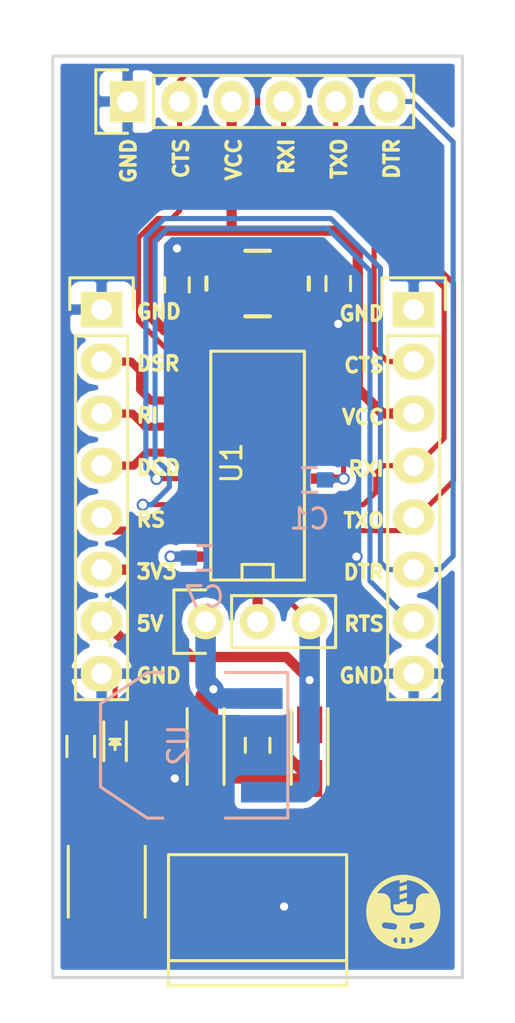
<source format=kicad_pcb>
(kicad_pcb (version 4) (host pcbnew 4.0.4-stable)

  (general
    (links 51)
    (no_connects 0)
    (area 99.106667 61.006666 124.413334 111.285)
    (thickness 1.6)
    (drawings 26)
    (tracks 251)
    (zones 0)
    (modules 19)
    (nets 20)
  )

  (page A4)
  (layers
    (0 F.Cu signal)
    (31 B.Cu signal)
    (32 B.Adhes user)
    (33 F.Adhes user)
    (34 B.Paste user)
    (35 F.Paste user)
    (36 B.SilkS user)
    (37 F.SilkS user)
    (38 B.Mask user)
    (39 F.Mask user)
    (40 Dwgs.User user)
    (41 Cmts.User user)
    (42 Eco1.User user)
    (43 Eco2.User user)
    (44 Edge.Cuts user)
    (45 Margin user)
    (46 B.CrtYd user)
    (47 F.CrtYd user)
    (48 B.Fab user)
    (49 F.Fab user)
  )

  (setup
    (last_trace_width 0.25)
    (user_trace_width 0.16)
    (user_trace_width 0.25)
    (user_trace_width 0.5)
    (user_trace_width 1)
    (trace_clearance 0.2)
    (zone_clearance 0.3)
    (zone_45_only no)
    (trace_min 0.16)
    (segment_width 0.2)
    (edge_width 0.15)
    (via_size 0.6)
    (via_drill 0.4)
    (via_min_size 0.4)
    (via_min_drill 0.3)
    (uvia_size 0.3)
    (uvia_drill 0.1)
    (uvias_allowed no)
    (uvia_min_size 0.2)
    (uvia_min_drill 0.1)
    (pcb_text_width 0.3)
    (pcb_text_size 1.5 1.5)
    (mod_edge_width 0.15)
    (mod_text_size 1 1)
    (mod_text_width 0.15)
    (pad_size 3.6576 2.032)
    (pad_drill 0)
    (pad_to_mask_clearance 0.2)
    (aux_axis_origin 0 0)
    (grid_origin 111.76 83.82)
    (visible_elements 7FFEFF7F)
    (pcbplotparams
      (layerselection 0x010fc_80000001)
      (usegerberextensions true)
      (excludeedgelayer true)
      (linewidth 0.100000)
      (plotframeref false)
      (viasonmask false)
      (mode 1)
      (useauxorigin false)
      (hpglpennumber 1)
      (hpglpenspeed 20)
      (hpglpendiameter 15)
      (hpglpenoverlay 2)
      (psnegative false)
      (psa4output false)
      (plotreference true)
      (plotvalue true)
      (plotinvisibletext false)
      (padsonsilk false)
      (subtractmaskfromsilk true)
      (outputformat 1)
      (mirror false)
      (drillshape 0)
      (scaleselection 1)
      (outputdirectory gerber/))
  )

  (net 0 "")
  (net 1 GND)
  (net 2 V3)
  (net 3 "Net-(C2-Pad1)")
  (net 4 "Net-(C3-Pad1)")
  (net 5 +5V)
  (net 6 VCC)
  (net 7 CTS)
  (net 8 TXO)
  (net 9 RXI)
  (net 10 DTR)
  (net 11 RTS)
  (net 12 DCD)
  (net 13 RI)
  (net 14 DSR)
  (net 15 RS232)
  (net 16 D-)
  (net 17 D+)
  (net 18 "Net-(F1-Pad1)")
  (net 19 "Net-(D1-Pad2)")

  (net_class Default "This is the default net class."
    (clearance 0.2)
    (trace_width 0.25)
    (via_dia 0.6)
    (via_drill 0.4)
    (uvia_dia 0.3)
    (uvia_drill 0.1)
    (add_net +5V)
    (add_net CTS)
    (add_net DCD)
    (add_net DSR)
    (add_net DTR)
    (add_net GND)
    (add_net "Net-(C2-Pad1)")
    (add_net "Net-(C3-Pad1)")
    (add_net "Net-(D1-Pad2)")
    (add_net "Net-(F1-Pad1)")
    (add_net RI)
    (add_net RS232)
    (add_net RTS)
    (add_net RXI)
    (add_net TXO)
    (add_net V3)
    (add_net VCC)
  )

  (net_class diff ""
    (clearance 0.16)
    (trace_width 0.16)
    (via_dia 0.6)
    (via_drill 0.4)
    (uvia_dia 0.3)
    (uvia_drill 0.1)
    (add_net D+)
    (add_net D-)
  )

  (module Capacitors_SMD:C_0603 (layer B.Cu) (tedit 5415D631) (tstamp 57695C55)
    (at 114.3 84.5185)
    (descr "Capacitor SMD 0603, reflow soldering, AVX (see smccp.pdf)")
    (tags "capacitor 0603")
    (path /5768EAFE)
    (attr smd)
    (fp_text reference C1 (at 0 1.9) (layer B.SilkS)
      (effects (font (size 1 1) (thickness 0.15)) (justify mirror))
    )
    (fp_text value 10n (at 0 -1.9) (layer B.Fab)
      (effects (font (size 1 1) (thickness 0.15)) (justify mirror))
    )
    (fp_line (start -1.45 0.75) (end 1.45 0.75) (layer B.CrtYd) (width 0.05))
    (fp_line (start -1.45 -0.75) (end 1.45 -0.75) (layer B.CrtYd) (width 0.05))
    (fp_line (start -1.45 0.75) (end -1.45 -0.75) (layer B.CrtYd) (width 0.05))
    (fp_line (start 1.45 0.75) (end 1.45 -0.75) (layer B.CrtYd) (width 0.05))
    (fp_line (start -0.35 0.6) (end 0.35 0.6) (layer B.SilkS) (width 0.15))
    (fp_line (start 0.35 -0.6) (end -0.35 -0.6) (layer B.SilkS) (width 0.15))
    (pad 1 smd rect (at -0.75 0) (size 0.8 0.75) (layers B.Cu B.Paste B.Mask)
      (net 1 GND))
    (pad 2 smd rect (at 0.75 0) (size 0.8 0.75) (layers B.Cu B.Paste B.Mask)
      (net 2 V3))
    (model Capacitors_SMD.3dshapes/C_0603.wrl
      (at (xyz 0 0 0))
      (scale (xyz 1 1 1))
      (rotate (xyz 0 0 0))
    )
  )

  (module Capacitors_SMD:C_0603 (layer F.Cu) (tedit 576AA638) (tstamp 57695C5B)
    (at 107.823 74.9935 90)
    (descr "Capacitor SMD 0603, reflow soldering, AVX (see smccp.pdf)")
    (tags "capacitor 0603")
    (path /5768680F)
    (attr smd)
    (fp_text reference C2 (at 0 -1.9 90) (layer F.SilkS) hide
      (effects (font (size 1 1) (thickness 0.15)))
    )
    (fp_text value 22p (at 0 1.9 90) (layer F.Fab)
      (effects (font (size 1 1) (thickness 0.15)))
    )
    (fp_line (start -1.45 -0.75) (end 1.45 -0.75) (layer F.CrtYd) (width 0.05))
    (fp_line (start -1.45 0.75) (end 1.45 0.75) (layer F.CrtYd) (width 0.05))
    (fp_line (start -1.45 -0.75) (end -1.45 0.75) (layer F.CrtYd) (width 0.05))
    (fp_line (start 1.45 -0.75) (end 1.45 0.75) (layer F.CrtYd) (width 0.05))
    (fp_line (start -0.35 -0.6) (end 0.35 -0.6) (layer F.SilkS) (width 0.15))
    (fp_line (start 0.35 0.6) (end -0.35 0.6) (layer F.SilkS) (width 0.15))
    (pad 1 smd rect (at -0.75 0 90) (size 0.8 0.75) (layers F.Cu F.Paste F.Mask)
      (net 3 "Net-(C2-Pad1)"))
    (pad 2 smd rect (at 0.75 0 90) (size 0.8 0.75) (layers F.Cu F.Paste F.Mask)
      (net 1 GND))
    (model Capacitors_SMD.3dshapes/C_0603.wrl
      (at (xyz 0 0 0))
      (scale (xyz 1 1 1))
      (rotate (xyz 0 0 0))
    )
  )

  (module Capacitors_SMD:C_0603 (layer F.Cu) (tedit 576AA63B) (tstamp 57695C61)
    (at 115.697 74.93 270)
    (descr "Capacitor SMD 0603, reflow soldering, AVX (see smccp.pdf)")
    (tags "capacitor 0603")
    (path /576868B6)
    (attr smd)
    (fp_text reference C3 (at 0 -1.9 270) (layer F.SilkS) hide
      (effects (font (size 1 1) (thickness 0.15)))
    )
    (fp_text value 22p (at 0 1.9 270) (layer F.Fab)
      (effects (font (size 1 1) (thickness 0.15)))
    )
    (fp_line (start -1.45 -0.75) (end 1.45 -0.75) (layer F.CrtYd) (width 0.05))
    (fp_line (start -1.45 0.75) (end 1.45 0.75) (layer F.CrtYd) (width 0.05))
    (fp_line (start -1.45 -0.75) (end -1.45 0.75) (layer F.CrtYd) (width 0.05))
    (fp_line (start 1.45 -0.75) (end 1.45 0.75) (layer F.CrtYd) (width 0.05))
    (fp_line (start -0.35 -0.6) (end 0.35 -0.6) (layer F.SilkS) (width 0.15))
    (fp_line (start 0.35 0.6) (end -0.35 0.6) (layer F.SilkS) (width 0.15))
    (pad 1 smd rect (at -0.75 0 270) (size 0.8 0.75) (layers F.Cu F.Paste F.Mask)
      (net 4 "Net-(C3-Pad1)"))
    (pad 2 smd rect (at 0.75 0 270) (size 0.8 0.75) (layers F.Cu F.Paste F.Mask)
      (net 1 GND))
    (model Capacitors_SMD.3dshapes/C_0603.wrl
      (at (xyz 0 0 0))
      (scale (xyz 1 1 1))
      (rotate (xyz 0 0 0))
    )
  )

  (module Capacitors_Tantalum_SMD:TantalC_SizeA_EIA-3216_Reflow (layer F.Cu) (tedit 576AA642) (tstamp 57695C67)
    (at 109.22 97.79 270)
    (descr "Tantal Cap. , Size A, EIA-3216, Reflow")
    (tags "Tantal Capacitor Size-A EIA-3216 reflow")
    (path /57696AA6)
    (attr smd)
    (fp_text reference C4 (at 0 -1.9 270) (layer F.SilkS) hide
      (effects (font (size 1 1) (thickness 0.15)))
    )
    (fp_text value "10u 6V TANT" (at 0 2.54 450) (layer F.Fab)
      (effects (font (size 1 1) (thickness 0.15)))
    )
    (fp_line (start 1.6 0.9) (end -2.1 0.9) (layer F.SilkS) (width 0.15))
    (fp_line (start 1.6 -0.9) (end -2.1 -0.9) (layer F.SilkS) (width 0.15))
    (fp_line (start -2.5 1.2) (end 2.5 1.2) (layer F.CrtYd) (width 0.05))
    (fp_line (start 2.5 1.2) (end 2.5 -1.2) (layer F.CrtYd) (width 0.05))
    (fp_line (start 2.5 -1.2) (end -2.5 -1.2) (layer F.CrtYd) (width 0.05))
    (fp_line (start -2.5 -1.2) (end -2.5 1.2) (layer F.CrtYd) (width 0.05))
    (pad 2 smd rect (at 1.31 0 270) (size 1.8 1.23) (layers F.Cu F.Paste F.Mask)
      (net 1 GND))
    (pad 1 smd rect (at -1.31 0 270) (size 1.8 1.23) (layers F.Cu F.Paste F.Mask)
      (net 5 +5V))
    (model Capacitors_Tantalum_SMD.3dshapes/TantalC_SizeA_EIA-3216_Reflow.wrl
      (at (xyz 0 0 0))
      (scale (xyz 1 1 1))
      (rotate (xyz 0 0 180))
    )
  )

  (module Capacitors_SMD:C_0603 (layer F.Cu) (tedit 576AA63E) (tstamp 57695C6D)
    (at 111.76 97.480233 90)
    (descr "Capacitor SMD 0603, reflow soldering, AVX (see smccp.pdf)")
    (tags "capacitor 0603")
    (path /5769AC86)
    (attr smd)
    (fp_text reference C5 (at 0.655433 0.1524 90) (layer F.SilkS) hide
      (effects (font (size 1 1) (thickness 0.15)))
    )
    (fp_text value 1u (at 0 1.9 90) (layer F.Fab)
      (effects (font (size 1 1) (thickness 0.15)))
    )
    (fp_line (start -1.45 -0.75) (end 1.45 -0.75) (layer F.CrtYd) (width 0.05))
    (fp_line (start -1.45 0.75) (end 1.45 0.75) (layer F.CrtYd) (width 0.05))
    (fp_line (start -1.45 -0.75) (end -1.45 0.75) (layer F.CrtYd) (width 0.05))
    (fp_line (start 1.45 -0.75) (end 1.45 0.75) (layer F.CrtYd) (width 0.05))
    (fp_line (start -0.35 -0.6) (end 0.35 -0.6) (layer F.SilkS) (width 0.15))
    (fp_line (start 0.35 0.6) (end -0.35 0.6) (layer F.SilkS) (width 0.15))
    (pad 1 smd rect (at -0.75 0 90) (size 0.8 0.75) (layers F.Cu F.Paste F.Mask)
      (net 5 +5V))
    (pad 2 smd rect (at 0.75 0 90) (size 0.8 0.75) (layers F.Cu F.Paste F.Mask)
      (net 1 GND))
    (model Capacitors_SMD.3dshapes/C_0603.wrl
      (at (xyz 0 0 0))
      (scale (xyz 1 1 1))
      (rotate (xyz 0 0 0))
    )
  )

  (module Capacitors_Tantalum_SMD:TantalC_SizeA_EIA-3216_Reflow (layer F.Cu) (tedit 576AA640) (tstamp 57695C73)
    (at 114.3 97.79 270)
    (descr "Tantal Cap. , Size A, EIA-3216, Reflow")
    (tags "Tantal Capacitor Size-A EIA-3216 reflow")
    (path /5768B718)
    (attr smd)
    (fp_text reference C6 (at 0 -1.9 270) (layer F.SilkS) hide
      (effects (font (size 1 1) (thickness 0.15)))
    )
    (fp_text value "10u 6V TANT" (at 0 2.1 270) (layer F.Fab)
      (effects (font (size 1 1) (thickness 0.15)))
    )
    (fp_line (start 1.6 0.9) (end -2.1 0.9) (layer F.SilkS) (width 0.15))
    (fp_line (start 1.6 -0.9) (end -2.1 -0.9) (layer F.SilkS) (width 0.15))
    (fp_line (start -2.5 1.2) (end 2.5 1.2) (layer F.CrtYd) (width 0.05))
    (fp_line (start 2.5 1.2) (end 2.5 -1.2) (layer F.CrtYd) (width 0.05))
    (fp_line (start 2.5 -1.2) (end -2.5 -1.2) (layer F.CrtYd) (width 0.05))
    (fp_line (start -2.5 -1.2) (end -2.5 1.2) (layer F.CrtYd) (width 0.05))
    (pad 2 smd rect (at 1.31 0 270) (size 1.8 1.23) (layers F.Cu F.Paste F.Mask)
      (net 1 GND))
    (pad 1 smd rect (at -1.31 0 270) (size 1.8 1.23) (layers F.Cu F.Paste F.Mask)
      (net 2 V3))
    (model Capacitors_Tantalum_SMD.3dshapes/TantalC_SizeA_EIA-3216_Reflow.wrl
      (at (xyz 0 0 0))
      (scale (xyz 1 1 1))
      (rotate (xyz 0 0 180))
    )
  )

  (module Capacitors_SMD:C_0603 (layer B.Cu) (tedit 5415D631) (tstamp 57695C79)
    (at 109.1565 88.3285)
    (descr "Capacitor SMD 0603, reflow soldering, AVX (see smccp.pdf)")
    (tags "capacitor 0603")
    (path /5769F371)
    (attr smd)
    (fp_text reference C7 (at 0 1.9) (layer B.SilkS)
      (effects (font (size 1 1) (thickness 0.15)) (justify mirror))
    )
    (fp_text value 100n (at 0 -1.9) (layer B.Fab)
      (effects (font (size 1 1) (thickness 0.15)) (justify mirror))
    )
    (fp_line (start -1.45 0.75) (end 1.45 0.75) (layer B.CrtYd) (width 0.05))
    (fp_line (start -1.45 -0.75) (end 1.45 -0.75) (layer B.CrtYd) (width 0.05))
    (fp_line (start -1.45 0.75) (end -1.45 -0.75) (layer B.CrtYd) (width 0.05))
    (fp_line (start 1.45 0.75) (end 1.45 -0.75) (layer B.CrtYd) (width 0.05))
    (fp_line (start -0.35 0.6) (end 0.35 0.6) (layer B.SilkS) (width 0.15))
    (fp_line (start 0.35 -0.6) (end -0.35 -0.6) (layer B.SilkS) (width 0.15))
    (pad 1 smd rect (at -0.75 0) (size 0.8 0.75) (layers B.Cu B.Paste B.Mask)
      (net 6 VCC))
    (pad 2 smd rect (at 0.75 0) (size 0.8 0.75) (layers B.Cu B.Paste B.Mask)
      (net 1 GND))
    (model Capacitors_SMD.3dshapes/C_0603.wrl
      (at (xyz 0 0 0))
      (scale (xyz 1 1 1))
      (rotate (xyz 0 0 0))
    )
  )

  (module Resistors_SMD:R_1812 (layer F.Cu) (tedit 576AA62D) (tstamp 57695C7F)
    (at 104.394 104.14 90)
    (descr "Resistor SMD 1812, flow soldering, Panasonic (see ERJ12)")
    (tags "resistor 1812")
    (path /5768763B)
    (attr smd)
    (fp_text reference F1 (at 0 -3.175 90) (layer F.SilkS) hide
      (effects (font (size 1 1) (thickness 0.15)))
    )
    (fp_text value 1.5A (at 0 3.175 90) (layer F.Fab)
      (effects (font (size 1 1) (thickness 0.15)))
    )
    (fp_line (start -3.5052 -2.2352) (end 3.5052 -2.2352) (layer F.CrtYd) (width 0.05))
    (fp_line (start 3.5052 -2.2352) (end 3.5052 2.2352) (layer F.CrtYd) (width 0.05))
    (fp_line (start 3.5052 2.2352) (end -3.5052 2.2352) (layer F.CrtYd) (width 0.05))
    (fp_line (start -3.5052 2.2352) (end -3.5052 -2.2352) (layer F.CrtYd) (width 0.05))
    (fp_line (start -1.7272 1.8796) (end 1.7272 1.8796) (layer F.SilkS) (width 0.15))
    (fp_line (start -1.7272 -1.8796) (end 1.7272 -1.8796) (layer F.SilkS) (width 0.15))
    (pad 1 smd rect (at -2.4384 0 90) (size 1.6 3.5) (layers F.Cu F.Paste F.Mask)
      (net 18 "Net-(F1-Pad1)"))
    (pad 2 smd rect (at 2.4384 0 90) (size 1.6 3.5) (layers F.Cu F.Paste F.Mask)
      (net 5 +5V))
  )

  (module Pin_Headers:Pin_Header_Straight_1x03 (layer F.Cu) (tedit 5769768E) (tstamp 57695C86)
    (at 109.22 91.44 90)
    (descr "Through hole pin header")
    (tags "pin header")
    (path /5768D9D9)
    (fp_text reference JP1 (at 0 -5.1 90) (layer F.SilkS)
      (effects (font (size 1 1) (thickness 0.15)))
    )
    (fp_text value JUMPER3 (at 0 -3.1 90) (layer F.Fab)
      (effects (font (size 1 1) (thickness 0.15)))
    )
    (fp_line (start -1.75 -1.75) (end -1.75 6.85) (layer F.CrtYd) (width 0.05))
    (fp_line (start 1.75 -1.75) (end 1.75 6.85) (layer F.CrtYd) (width 0.05))
    (fp_line (start -1.75 -1.75) (end 1.75 -1.75) (layer F.CrtYd) (width 0.05))
    (fp_line (start -1.75 6.85) (end 1.75 6.85) (layer F.CrtYd) (width 0.05))
    (fp_line (start -1.27 1.27) (end -1.27 6.35) (layer F.SilkS) (width 0.15))
    (fp_line (start -1.27 6.35) (end 1.27 6.35) (layer F.SilkS) (width 0.15))
    (fp_line (start 1.27 6.35) (end 1.27 1.27) (layer F.SilkS) (width 0.15))
    (fp_line (start 1.55 -1.55) (end 1.55 0) (layer F.SilkS) (width 0.15))
    (fp_line (start 1.27 1.27) (end -1.27 1.27) (layer F.SilkS) (width 0.15))
    (fp_line (start -1.55 0) (end -1.55 -1.55) (layer F.SilkS) (width 0.15))
    (fp_line (start -1.55 -1.55) (end 1.55 -1.55) (layer F.SilkS) (width 0.15))
    (pad 1 thru_hole oval (at 0 0 90) (size 1.7272 1.7272) (drill 1.016) (layers *.Cu *.Mask F.SilkS)
      (net 5 +5V))
    (pad 2 thru_hole oval (at 0 2.54 90) (size 1.7272 1.7272) (drill 1.016) (layers *.Cu *.Mask F.SilkS)
      (net 6 VCC))
    (pad 3 thru_hole oval (at 0 5.08 90) (size 1.7272 1.7272) (drill 1.016) (layers *.Cu *.Mask F.SilkS)
      (net 2 V3))
    (model Pin_Headers.3dshapes/Pin_Header_Straight_1x03.wrl
      (at (xyz 0 -0.1 0))
      (scale (xyz 1 1 1))
      (rotate (xyz 0 0 90))
    )
  )

  (module Pin_Headers:Pin_Header_Straight_1x06 (layer F.Cu) (tedit 576AA62F) (tstamp 57695C90)
    (at 105.41 66.04 90)
    (descr "Through hole pin header")
    (tags "pin header")
    (path /57687273)
    (fp_text reference P1 (at 0 -5.1 90) (layer F.SilkS) hide
      (effects (font (size 1 1) (thickness 0.15)))
    )
    (fp_text value CONN_01X06 (at 0 -3.1 90) (layer F.Fab)
      (effects (font (size 1 1) (thickness 0.15)))
    )
    (fp_line (start -1.75 -1.75) (end -1.75 14.45) (layer F.CrtYd) (width 0.05))
    (fp_line (start 1.75 -1.75) (end 1.75 14.45) (layer F.CrtYd) (width 0.05))
    (fp_line (start -1.75 -1.75) (end 1.75 -1.75) (layer F.CrtYd) (width 0.05))
    (fp_line (start -1.75 14.45) (end 1.75 14.45) (layer F.CrtYd) (width 0.05))
    (fp_line (start 1.27 1.27) (end 1.27 13.97) (layer F.SilkS) (width 0.15))
    (fp_line (start 1.27 13.97) (end -1.27 13.97) (layer F.SilkS) (width 0.15))
    (fp_line (start -1.27 13.97) (end -1.27 1.27) (layer F.SilkS) (width 0.15))
    (fp_line (start 1.55 -1.55) (end 1.55 0) (layer F.SilkS) (width 0.15))
    (fp_line (start 1.27 1.27) (end -1.27 1.27) (layer F.SilkS) (width 0.15))
    (fp_line (start -1.55 0) (end -1.55 -1.55) (layer F.SilkS) (width 0.15))
    (fp_line (start -1.55 -1.55) (end 1.55 -1.55) (layer F.SilkS) (width 0.15))
    (pad 1 thru_hole rect (at 0 0 90) (size 2.032 1.7272) (drill 1.016) (layers *.Cu *.Mask F.SilkS)
      (net 1 GND) (zone_connect 1))
    (pad 2 thru_hole oval (at 0 2.54 90) (size 2.032 1.7272) (drill 1.016) (layers *.Cu *.Mask F.SilkS)
      (net 7 CTS))
    (pad 3 thru_hole oval (at 0 5.08 90) (size 2.032 1.7272) (drill 1.016) (layers *.Cu *.Mask F.SilkS)
      (net 6 VCC))
    (pad 4 thru_hole oval (at 0 7.62 90) (size 2.032 1.7272) (drill 1.016) (layers *.Cu *.Mask F.SilkS)
      (net 9 RXI))
    (pad 5 thru_hole oval (at 0 10.16 90) (size 2.032 1.7272) (drill 1.016) (layers *.Cu *.Mask F.SilkS)
      (net 8 TXO))
    (pad 6 thru_hole oval (at 0 12.7 90) (size 2.032 1.7272) (drill 1.016) (layers *.Cu *.Mask F.SilkS)
      (net 10 DTR))
    (model Pin_Headers.3dshapes/Pin_Header_Straight_1x06.wrl
      (at (xyz 0 -0.25 0))
      (scale (xyz 1 1 1))
      (rotate (xyz 0 0 90))
    )
  )

  (module Pin_Headers:Pin_Header_Straight_1x08 (layer F.Cu) (tedit 576AA632) (tstamp 57695C9C)
    (at 119.38 76.2)
    (descr "Through hole pin header")
    (tags "pin header")
    (path /5768986F)
    (fp_text reference P2 (at 0 -5.1) (layer F.SilkS) hide
      (effects (font (size 1 1) (thickness 0.15)))
    )
    (fp_text value CONN_01X08 (at 0 -3.1) (layer F.Fab)
      (effects (font (size 1 1) (thickness 0.15)))
    )
    (fp_line (start -1.75 -1.75) (end -1.75 19.55) (layer F.CrtYd) (width 0.05))
    (fp_line (start 1.75 -1.75) (end 1.75 19.55) (layer F.CrtYd) (width 0.05))
    (fp_line (start -1.75 -1.75) (end 1.75 -1.75) (layer F.CrtYd) (width 0.05))
    (fp_line (start -1.75 19.55) (end 1.75 19.55) (layer F.CrtYd) (width 0.05))
    (fp_line (start 1.27 1.27) (end 1.27 19.05) (layer F.SilkS) (width 0.15))
    (fp_line (start 1.27 19.05) (end -1.27 19.05) (layer F.SilkS) (width 0.15))
    (fp_line (start -1.27 19.05) (end -1.27 1.27) (layer F.SilkS) (width 0.15))
    (fp_line (start 1.55 -1.55) (end 1.55 0) (layer F.SilkS) (width 0.15))
    (fp_line (start 1.27 1.27) (end -1.27 1.27) (layer F.SilkS) (width 0.15))
    (fp_line (start -1.55 0) (end -1.55 -1.55) (layer F.SilkS) (width 0.15))
    (fp_line (start -1.55 -1.55) (end 1.55 -1.55) (layer F.SilkS) (width 0.15))
    (pad 1 thru_hole rect (at 0 0) (size 2.032 1.7272) (drill 1.016) (layers *.Cu *.Mask F.SilkS)
      (net 1 GND) (zone_connect 1))
    (pad 2 thru_hole oval (at 0 2.54) (size 2.032 1.7272) (drill 1.016) (layers *.Cu *.Mask F.SilkS)
      (net 7 CTS))
    (pad 3 thru_hole oval (at 0 5.08) (size 2.032 1.7272) (drill 1.016) (layers *.Cu *.Mask F.SilkS)
      (net 6 VCC))
    (pad 4 thru_hole oval (at 0 7.62) (size 2.032 1.7272) (drill 1.016) (layers *.Cu *.Mask F.SilkS)
      (net 9 RXI))
    (pad 5 thru_hole oval (at 0 10.16) (size 2.032 1.7272) (drill 1.016) (layers *.Cu *.Mask F.SilkS)
      (net 8 TXO))
    (pad 6 thru_hole oval (at 0 12.7) (size 2.032 1.7272) (drill 1.016) (layers *.Cu *.Mask F.SilkS)
      (net 10 DTR))
    (pad 7 thru_hole oval (at 0 15.24) (size 2.032 1.7272) (drill 1.016) (layers *.Cu *.Mask F.SilkS)
      (net 11 RTS))
    (pad 8 thru_hole oval (at 0 17.78) (size 2.032 1.7272) (drill 1.016) (layers *.Cu *.Mask F.SilkS)
      (net 1 GND) (zone_connect 1))
    (model Pin_Headers.3dshapes/Pin_Header_Straight_1x08.wrl
      (at (xyz 0 -0.35 0))
      (scale (xyz 1 1 1))
      (rotate (xyz 0 0 90))
    )
  )

  (module Pin_Headers:Pin_Header_Straight_1x08 (layer F.Cu) (tedit 576AA635) (tstamp 57695CA8)
    (at 104.14 76.2)
    (descr "Through hole pin header")
    (tags "pin header")
    (path /57689900)
    (fp_text reference P3 (at 0 -5.1) (layer F.SilkS) hide
      (effects (font (size 1 1) (thickness 0.15)))
    )
    (fp_text value CONN_01X08 (at 0 -3.1) (layer F.Fab)
      (effects (font (size 1 1) (thickness 0.15)))
    )
    (fp_line (start -1.75 -1.75) (end -1.75 19.55) (layer F.CrtYd) (width 0.05))
    (fp_line (start 1.75 -1.75) (end 1.75 19.55) (layer F.CrtYd) (width 0.05))
    (fp_line (start -1.75 -1.75) (end 1.75 -1.75) (layer F.CrtYd) (width 0.05))
    (fp_line (start -1.75 19.55) (end 1.75 19.55) (layer F.CrtYd) (width 0.05))
    (fp_line (start 1.27 1.27) (end 1.27 19.05) (layer F.SilkS) (width 0.15))
    (fp_line (start 1.27 19.05) (end -1.27 19.05) (layer F.SilkS) (width 0.15))
    (fp_line (start -1.27 19.05) (end -1.27 1.27) (layer F.SilkS) (width 0.15))
    (fp_line (start 1.55 -1.55) (end 1.55 0) (layer F.SilkS) (width 0.15))
    (fp_line (start 1.27 1.27) (end -1.27 1.27) (layer F.SilkS) (width 0.15))
    (fp_line (start -1.55 0) (end -1.55 -1.55) (layer F.SilkS) (width 0.15))
    (fp_line (start -1.55 -1.55) (end 1.55 -1.55) (layer F.SilkS) (width 0.15))
    (pad 1 thru_hole rect (at 0 0) (size 2.032 1.7272) (drill 1.016) (layers *.Cu *.Mask F.SilkS)
      (net 1 GND) (zone_connect 1))
    (pad 2 thru_hole oval (at 0 2.54) (size 2.032 1.7272) (drill 1.016) (layers *.Cu *.Mask F.SilkS)
      (net 14 DSR))
    (pad 3 thru_hole oval (at 0 5.08) (size 2.032 1.7272) (drill 1.016) (layers *.Cu *.Mask F.SilkS)
      (net 13 RI))
    (pad 4 thru_hole oval (at 0 7.62) (size 2.032 1.7272) (drill 1.016) (layers *.Cu *.Mask F.SilkS)
      (net 12 DCD))
    (pad 5 thru_hole oval (at 0 10.16) (size 2.032 1.7272) (drill 1.016) (layers *.Cu *.Mask F.SilkS)
      (net 15 RS232))
    (pad 6 thru_hole oval (at 0 12.7) (size 2.032 1.7272) (drill 1.016) (layers *.Cu *.Mask F.SilkS)
      (net 2 V3))
    (pad 7 thru_hole oval (at 0 15.24) (size 2.032 1.7272) (drill 1.016) (layers *.Cu *.Mask F.SilkS)
      (net 5 +5V))
    (pad 8 thru_hole oval (at 0 17.78) (size 2.032 1.7272) (drill 1.016) (layers *.Cu *.Mask F.SilkS)
      (net 1 GND) (zone_connect 1))
    (model Pin_Headers.3dshapes/Pin_Header_Straight_1x08.wrl
      (at (xyz 0 -0.35 0))
      (scale (xyz 1 1 1))
      (rotate (xyz 0 0 90))
    )
  )

  (module Connect:USB_Micro-B (layer F.Cu) (tedit 57B32239) (tstamp 57695CB5)
    (at 111.76 105.41)
    (descr "Micro USB Type B Receptacle")
    (tags "USB USB_B USB_micro USB_OTG")
    (path /576865B6)
    (attr smd)
    (fp_text reference P4 (at 0 -3.45) (layer F.SilkS) hide
      (effects (font (size 1 1) (thickness 0.15)))
    )
    (fp_text value MINI-USB (at 0 4.8) (layer F.Fab)
      (effects (font (size 1 1) (thickness 0.15)))
    )
    (fp_line (start -4.6 -2.8) (end 4.6 -2.8) (layer F.CrtYd) (width 0.05))
    (fp_line (start 4.6 -2.8) (end 4.6 4.05) (layer F.CrtYd) (width 0.05))
    (fp_line (start 4.6 4.05) (end -4.6 4.05) (layer F.CrtYd) (width 0.05))
    (fp_line (start -4.6 4.05) (end -4.6 -2.8) (layer F.CrtYd) (width 0.05))
    (fp_line (start -4.3509 3.81746) (end 4.3491 3.81746) (layer F.SilkS) (width 0.15))
    (fp_line (start -4.3509 -2.58754) (end 4.3491 -2.58754) (layer F.SilkS) (width 0.15))
    (fp_line (start 4.3491 -2.58754) (end 4.3491 3.81746) (layer F.SilkS) (width 0.15))
    (fp_line (start 4.3491 2.58746) (end -4.3509 2.58746) (layer F.SilkS) (width 0.15))
    (fp_line (start -4.3509 3.81746) (end -4.3509 -2.58754) (layer F.SilkS) (width 0.15))
    (pad 1 smd rect (at -1.3009 -1.56254 90) (size 1.35 0.4) (layers F.Cu F.Paste F.Mask)
      (net 18 "Net-(F1-Pad1)"))
    (pad 2 smd rect (at -0.6509 -1.56254 90) (size 1.35 0.4) (layers F.Cu F.Paste F.Mask)
      (net 16 D-))
    (pad 3 smd rect (at -0.0009 -1.56254 90) (size 1.35 0.4) (layers F.Cu F.Paste F.Mask)
      (net 17 D+))
    (pad 4 smd rect (at 0.6491 -1.56254 90) (size 1.35 0.4) (layers F.Cu F.Paste F.Mask))
    (pad 5 smd rect (at 1.2991 -1.56254 90) (size 1.35 0.4) (layers F.Cu F.Paste F.Mask)
      (net 1 GND))
    (pad 6 smd oval (at -2.5009 -1.56254 90) (size 0.95 1) (layers F.Cu F.Paste F.Mask))
    (pad 6 smd oval (at 2.4991 -1.56254 90) (size 0.95 1) (layers F.Cu F.Paste F.Mask))
    (pad 6 smd oval (at -3.5009 1.13746 90) (size 1.35 1) (layers F.Cu F.Paste F.Mask))
    (pad 6 smd oval (at 3.4991 1.13746 90) (size 1.35 1) (layers F.Cu F.Paste F.Mask))
  )

  (module SMD_Packages:SO-16-N (layer F.Cu) (tedit 0) (tstamp 57695CC9)
    (at 111.76 83.82 90)
    (descr "Module CMS SOJ 16 pins large")
    (tags "CMS SOJ")
    (path /57696036)
    (attr smd)
    (fp_text reference U1 (at 0.127 -1.27 90) (layer F.SilkS)
      (effects (font (size 1 1) (thickness 0.15)))
    )
    (fp_text value CH340G (at 0 1.27 90) (layer F.Fab)
      (effects (font (size 1 1) (thickness 0.15)))
    )
    (fp_line (start -5.588 -0.762) (end -4.826 -0.762) (layer F.SilkS) (width 0.15))
    (fp_line (start -4.826 -0.762) (end -4.826 0.762) (layer F.SilkS) (width 0.15))
    (fp_line (start -4.826 0.762) (end -5.588 0.762) (layer F.SilkS) (width 0.15))
    (fp_line (start 5.588 -2.286) (end 5.588 2.286) (layer F.SilkS) (width 0.15))
    (fp_line (start 5.588 2.286) (end -5.588 2.286) (layer F.SilkS) (width 0.15))
    (fp_line (start -5.588 2.286) (end -5.588 -2.286) (layer F.SilkS) (width 0.15))
    (fp_line (start -5.588 -2.286) (end 5.588 -2.286) (layer F.SilkS) (width 0.15))
    (pad 16 smd rect (at -4.445 -3.175 90) (size 0.508 1.143) (layers F.Cu F.Paste F.Mask)
      (net 6 VCC))
    (pad 14 smd rect (at -1.905 -3.175 90) (size 0.508 1.143) (layers F.Cu F.Paste F.Mask)
      (net 11 RTS))
    (pad 13 smd rect (at -0.635 -3.175 90) (size 0.508 1.143) (layers F.Cu F.Paste F.Mask)
      (net 10 DTR))
    (pad 12 smd rect (at 0.635 -3.175 90) (size 0.508 1.143) (layers F.Cu F.Paste F.Mask)
      (net 12 DCD))
    (pad 11 smd rect (at 1.905 -3.175 90) (size 0.508 1.143) (layers F.Cu F.Paste F.Mask)
      (net 13 RI))
    (pad 10 smd rect (at 3.175 -3.175 90) (size 0.508 1.143) (layers F.Cu F.Paste F.Mask)
      (net 14 DSR))
    (pad 9 smd rect (at 4.445 -3.175 90) (size 0.508 1.143) (layers F.Cu F.Paste F.Mask)
      (net 7 CTS))
    (pad 8 smd rect (at 4.445 3.175 90) (size 0.508 1.143) (layers F.Cu F.Paste F.Mask)
      (net 4 "Net-(C3-Pad1)"))
    (pad 7 smd rect (at 3.175 3.175 90) (size 0.508 1.143) (layers F.Cu F.Paste F.Mask)
      (net 3 "Net-(C2-Pad1)"))
    (pad 6 smd rect (at 1.905 3.175 90) (size 0.508 1.143) (layers F.Cu F.Paste F.Mask)
      (net 16 D-))
    (pad 5 smd rect (at 0.635 3.175 90) (size 0.508 1.143) (layers F.Cu F.Paste F.Mask)
      (net 17 D+))
    (pad 4 smd rect (at -0.635 3.175 90) (size 0.508 1.143) (layers F.Cu F.Paste F.Mask)
      (net 2 V3))
    (pad 3 smd rect (at -1.905 3.175 90) (size 0.508 1.143) (layers F.Cu F.Paste F.Mask)
      (net 9 RXI))
    (pad 2 smd rect (at -3.175 3.175 90) (size 0.508 1.143) (layers F.Cu F.Paste F.Mask)
      (net 8 TXO))
    (pad 1 smd rect (at -4.445 3.175 90) (size 0.508 1.143) (layers F.Cu F.Paste F.Mask)
      (net 1 GND))
    (pad 15 smd rect (at -3.175 -3.175 90) (size 0.508 1.143) (layers F.Cu F.Paste F.Mask)
      (net 15 RS232))
    (model SMD_Packages.3dshapes/SO-16-N.wrl
      (at (xyz 0 0 0))
      (scale (xyz 0.5 0.4 0.5))
      (rotate (xyz 0 0 0))
    )
  )

  (module TO_SOT_Packages_SMD:SOT-223 (layer B.Cu) (tedit 57FFB94C) (tstamp 57695CD1)
    (at 108.662669 97.480233 270)
    (descr "module CMS SOT223 4 pins")
    (tags "CMS SOT")
    (path /576874CA)
    (attr smd)
    (fp_text reference U2 (at 0 0.762 270) (layer B.SilkS)
      (effects (font (size 1 1) (thickness 0.15)) (justify mirror))
    )
    (fp_text value "LDO MIC39100 3.3V" (at 0 -0.762 270) (layer B.Fab)
      (effects (font (size 1 1) (thickness 0.15)) (justify mirror))
    )
    (fp_line (start -3.556 -1.524) (end -3.556 -4.572) (layer B.SilkS) (width 0.15))
    (fp_line (start -3.556 -4.572) (end 3.556 -4.572) (layer B.SilkS) (width 0.15))
    (fp_line (start 3.556 -4.572) (end 3.556 -1.524) (layer B.SilkS) (width 0.15))
    (fp_line (start -3.556 1.524) (end -3.556 2.286) (layer B.SilkS) (width 0.15))
    (fp_line (start -3.556 2.286) (end -2.032 4.572) (layer B.SilkS) (width 0.15))
    (fp_line (start -2.032 4.572) (end 2.032 4.572) (layer B.SilkS) (width 0.15))
    (fp_line (start 2.032 4.572) (end 3.556 2.286) (layer B.SilkS) (width 0.15))
    (fp_line (start 3.556 2.286) (end 3.556 1.524) (layer B.SilkS) (width 0.15))
    (pad 4 smd rect (at 0 3.302 270) (size 3.6576 2.032) (layers B.Cu B.Paste B.Mask)
      (net 1 GND))
    (pad 2 smd rect (at 0 -3.302 270) (size 1.016 2.032) (layers B.Cu B.Paste B.Mask)
      (net 1 GND))
    (pad 3 smd rect (at 2.286 -3.302 270) (size 1.016 2.032) (layers B.Cu B.Paste B.Mask)
      (net 2 V3))
    (pad 1 smd rect (at -2.286 -3.302 270) (size 1.016 2.032) (layers B.Cu B.Paste B.Mask)
      (net 5 +5V))
    (model TO_SOT_Packages_SMD.3dshapes/SOT-223.wrl
      (at (xyz 0 0 0))
      (scale (xyz 0.4 0.4 0.4))
      (rotate (xyz 0 0 0))
    )
  )

  (module footprints:CRYSTAL-SMD-5X3 (layer F.Cu) (tedit 5764285B) (tstamp 57695CD9)
    (at 111.76 74.93)
    (path /57686740)
    (fp_text reference Y1 (at -2.54 -1.905) (layer F.Fab)
      (effects (font (size 0.38608 0.38608) (thickness 0.032512)) (justify left bottom))
    )
    (fp_text value 12Mhz (at -0.8001 0.1524) (layer F.Fab)
      (effects (font (size 0.38608 0.38608) (thickness 0.032512)) (justify left bottom))
    )
    (fp_line (start -0.6 -1.6) (end 0.6 -1.6) (layer F.SilkS) (width 0.2032))
    (fp_line (start 2.5 -0.3) (end 2.5 0.3) (layer F.SilkS) (width 0.2032))
    (fp_line (start 0.6 1.6) (end -0.6 1.6) (layer F.SilkS) (width 0.2032))
    (fp_line (start -2.5 -0.3) (end -2.5 0.3) (layer F.SilkS) (width 0.2032))
    (pad 1 smd rect (at -1.85 1.15) (size 1.9 1.1) (layers F.Cu F.Paste F.Mask)
      (net 3 "Net-(C2-Pad1)"))
    (pad 2 smd rect (at 1.85 -1.15) (size 1.9 1.1) (layers F.Cu F.Paste F.Mask)
      (net 4 "Net-(C3-Pad1)"))
    (pad 4 smd rect (at -1.85 -1.15) (size 1.9 1.1) (layers F.Cu F.Paste F.Mask))
    (pad 3 smd rect (at 1.85 1.15) (size 1.9 1.1) (layers F.Cu F.Paste F.Mask))
  )

  (module footprints:staticboards_logo (layer F.Cu) (tedit 0) (tstamp 576AAB22)
    (at 118.872 105.6132)
    (fp_text reference G*** (at 0 0) (layer F.SilkS) hide
      (effects (font (thickness 0.3)))
    )
    (fp_text value LOGO (at 0.75 0) (layer F.SilkS) hide
      (effects (font (thickness 0.3)))
    )
    (fp_poly (pts (xy 0.136972 -1.799376) (xy 0.241793 -1.788539) (xy 0.281937 -1.782768) (xy 0.376294 -1.76533)
      (xy 0.471328 -1.742279) (xy 0.565963 -1.71394) (xy 0.659121 -1.680641) (xy 0.749726 -1.642709)
      (xy 0.763392 -1.636473) (xy 0.812481 -1.612612) (xy 0.864027 -1.585315) (xy 0.916183 -1.555603)
      (xy 0.967098 -1.524492) (xy 0.969536 -1.522944) (xy 1.056762 -1.463873) (xy 1.139939 -1.400234)
      (xy 1.218927 -1.332245) (xy 1.293588 -1.260118) (xy 1.363781 -1.18407) (xy 1.429368 -1.104314)
      (xy 1.490209 -1.021066) (xy 1.546166 -0.93454) (xy 1.597098 -0.844952) (xy 1.642867 -0.752516)
      (xy 1.683334 -0.657447) (xy 1.718358 -0.559959) (xy 1.747802 -0.460268) (xy 1.771525 -0.358589)
      (xy 1.788841 -0.258946) (xy 1.794385 -0.218441) (xy 1.798743 -0.181024) (xy 1.802029 -0.145054)
      (xy 1.804356 -0.108893) (xy 1.805837 -0.070901) (xy 1.806585 -0.029438) (xy 1.806732 0)
      (xy 1.806404 0.048168) (xy 1.805255 0.091841) (xy 1.803172 0.132678) (xy 1.800041 0.172339)
      (xy 1.795751 0.212482) (xy 1.790188 0.254767) (xy 1.788781 0.264531) (xy 1.770578 0.36783)
      (xy 1.74642 0.469702) (xy 1.716426 0.569868) (xy 1.680719 0.668047) (xy 1.639421 0.763957)
      (xy 1.592652 0.85732) (xy 1.540535 0.947854) (xy 1.483191 1.035278) (xy 1.420743 1.119312)
      (xy 1.415397 1.126047) (xy 1.355892 1.196662) (xy 1.29173 1.26537) (xy 1.224014 1.331098)
      (xy 1.153849 1.392774) (xy 1.082803 1.448981) (xy 0.996691 1.50952) (xy 0.907595 1.564725)
      (xy 0.815772 1.614519) (xy 0.721478 1.658823) (xy 0.624971 1.697561) (xy 0.526507 1.730655)
      (xy 0.426344 1.758029) (xy 0.324739 1.779604) (xy 0.221949 1.795304) (xy 0.118231 1.805052)
      (xy 0.013842 1.80877) (xy -0.090962 1.80638) (xy -0.103769 1.805667) (xy -0.210002 1.796316)
      (xy -0.314683 1.780983) (xy -0.417683 1.759715) (xy -0.518875 1.732557) (xy -0.618134 1.699558)
      (xy -0.71533 1.660764) (xy -0.810338 1.616221) (xy -0.90303 1.565976) (xy -0.9114 1.560791)
      (xy -0.10222 1.560791) (xy -0.089055 1.562561) (xy -0.076791 1.563726) (xy -0.060085 1.564624)
      (xy -0.040092 1.565258) (xy -0.017968 1.56563) (xy 0.00513 1.565743) (xy 0.028045 1.565597)
      (xy 0.049623 1.565195) (xy 0.068706 1.56454) (xy 0.084139 1.563634) (xy 0.094764 1.562478)
      (xy 0.096189 1.562221) (xy 0.105375 1.560384) (xy 0.10523 1.532804) (xy 0.29117 1.532804)
      (xy 0.324469 1.524026) (xy 0.339928 1.519841) (xy 0.354932 1.51559) (xy 0.367398 1.511874)
      (xy 0.373256 1.509993) (xy 0.395396 1.501273) (xy 0.416993 1.490581) (xy 0.436069 1.47898)
      (xy 0.4484 1.469574) (xy 0.465068 1.451189) (xy 0.476676 1.430243) (xy 0.483365 1.40754)
      (xy 0.485275 1.383887) (xy 0.482546 1.360089) (xy 0.475318 1.336951) (xy 0.463731 1.315281)
      (xy 0.447925 1.295884) (xy 0.428041 1.279565) (xy 0.413949 1.271457) (xy 0.39733 1.264347)
      (xy 0.379959 1.259384) (xy 0.360342 1.256295) (xy 0.336989 1.254809) (xy 0.321372 1.254574)
      (xy 0.29117 1.254512) (xy 0.29117 1.532804) (xy 0.10523 1.532804) (xy 0.104571 1.408222)
      (xy 0.103768 1.256061) (xy 0.000774 1.255244) (xy -0.10222 1.254428) (xy -0.10222 1.560791)
      (xy -0.9114 1.560791) (xy -0.99328 1.510075) (xy -1.080959 1.448566) (xy -1.085696 1.445028)
      (xy -1.165501 1.381412) (xy -1.172156 1.375437) (xy -0.482504 1.375437) (xy -0.48233 1.399022)
      (xy -0.477388 1.422023) (xy -0.467486 1.443698) (xy -0.452434 1.463302) (xy -0.446874 1.468678)
      (xy -0.429946 1.481912) (xy -0.409853 1.493554) (xy -0.386124 1.50408) (xy -0.374837 1.508212)
      (xy -0.360635 1.512899) (xy -0.344972 1.517723) (xy -0.329302 1.522261) (xy -0.315076 1.526095)
      (xy -0.30375 1.528804) (xy -0.296775 1.529967) (xy -0.296592 1.529976) (xy -0.295302 1.52972)
      (xy -0.294233 1.528487) (xy -0.293366 1.525744) (xy -0.292679 1.520961) (xy -0.292152 1.513609)
      (xy -0.291763 1.503156) (xy -0.291493 1.489072) (xy -0.291319 1.470825) (xy -0.291221 1.447887)
      (xy -0.291179 1.419726) (xy -0.291171 1.39192) (xy -0.291171 1.253645) (xy -0.333763 1.255343)
      (xy -0.355013 1.256493) (xy -0.371402 1.258139) (xy -0.384257 1.260456) (xy -0.394113 1.263335)
      (xy -0.418536 1.274799) (xy -0.439337 1.290143) (xy -0.456326 1.308622) (xy -0.469311 1.329494)
      (xy -0.4781 1.352013) (xy -0.482504 1.375437) (xy -1.172156 1.375437) (xy -1.241786 1.312925)
      (xy -1.314275 1.239935) (xy -1.382691 1.162811) (xy -1.446755 1.081921) (xy -1.506192 0.997635)
      (xy -1.560723 0.910322) (xy -1.610071 0.820349) (xy -1.65396 0.728086) (xy -1.682397 0.658443)
      (xy -1.044014 0.658443) (xy -1.042719 0.68234) (xy -1.038487 0.703669) (xy -1.037508 0.706764)
      (xy -1.025477 0.733411) (xy -1.008648 0.757314) (xy -0.987854 0.777722) (xy -0.963929 0.793883)
      (xy -0.937706 0.805047) (xy -0.924824 0.808354) (xy -0.91997 0.809118) (xy -0.909575 0.810594)
      (xy -0.894243 0.812702) (xy -0.874577 0.815362) (xy -0.851181 0.818497) (xy -0.824659 0.822026)
      (xy -0.795613 0.825872) (xy -0.764649 0.829955) (xy -0.732369 0.834195) (xy -0.699376 0.838515)
      (xy -0.666276 0.842835) (xy -0.63367 0.847076) (xy -0.602163 0.851158) (xy -0.572359 0.855004)
      (xy -0.54486 0.858534) (xy -0.520271 0.861669) (xy -0.499196 0.86433) (xy -0.482237 0.866438)
      (xy -0.469998 0.867914) (xy -0.467732 0.868177) (xy -0.4498 0.868591) (xy -0.429102 0.866439)
      (xy -0.408878 0.86214) (xy -0.382233 0.851718) (xy -0.35804 0.835936) (xy -0.336901 0.815347)
      (xy -0.319419 0.790502) (xy -0.309856 0.771292) (xy -0.30406 0.752025) (xy -0.301031 0.729432)
      (xy -0.300913 0.713539) (xy 0.3005 0.713539) (xy 0.302935 0.744066) (xy 0.310346 0.771263)
      (xy 0.323037 0.795867) (xy 0.341311 0.818613) (xy 0.3454 0.822747) (xy 0.368144 0.841233)
      (xy 0.393593 0.85514) (xy 0.420548 0.863944) (xy 0.447014 0.867113) (xy 0.452464 0.866755)
      (xy 0.46354 0.865657) (xy 0.479723 0.863879) (xy 0.500498 0.861484) (xy 0.525345 0.858534)
      (xy 0.553749 0.855092) (xy 0.585191 0.851219) (xy 0.619155 0.846977) (xy 0.655122 0.842429)
      (xy 0.691721 0.837746) (xy 0.741166 0.831331) (xy 0.78552 0.825465) (xy 0.824644 0.82017)
      (xy 0.858398 0.815464) (xy 0.88664 0.81137) (xy 0.909231 0.807906) (xy 0.926029 0.805093)
      (xy 0.936896 0.802951) (xy 0.940446 0.802017) (xy 0.967789 0.789939) (xy 0.992023 0.772749)
      (xy 1.012587 0.750982) (xy 1.028918 0.725174) (xy 1.034884 0.712017) (xy 1.040362 0.692765)
      (xy 1.043214 0.670211) (xy 1.043361 0.6467) (xy 1.040723 0.624578) (xy 1.038188 0.614282)
      (xy 1.026795 0.586788) (xy 1.010619 0.562355) (xy 0.990385 0.541531) (xy 0.966816 0.524864)
      (xy 0.940636 0.512901) (xy 0.91257 0.506189) (xy 0.89357 0.504902) (xy 0.888611 0.505291)
      (xy 0.878109 0.506407) (xy 0.862667 0.508175) (xy 0.842884 0.510518) (xy 0.819361 0.51336)
      (xy 0.792699 0.516625) (xy 0.7635 0.520238) (xy 0.732362 0.524121) (xy 0.699888 0.528198)
      (xy 0.666679 0.532395) (xy 0.633334 0.536634) (xy 0.600454 0.54084) (xy 0.568642 0.544936)
      (xy 0.538496 0.548847) (xy 0.510618 0.552496) (xy 0.485609 0.555807) (xy 0.46407 0.558704)
      (xy 0.446601 0.561111) (xy 0.433803 0.562953) (xy 0.427802 0.563888) (xy 0.398364 0.571742)
      (xy 0.371868 0.584673) (xy 0.348804 0.602103) (xy 0.329664 0.623455) (xy 0.31494 0.648151)
      (xy 0.305123 0.675614) (xy 0.300704 0.705266) (xy 0.3005 0.713539) (xy -0.300913 0.713539)
      (xy -0.300854 0.705774) (xy -0.303615 0.68331) (xy -0.306153 0.673136) (xy -0.317873 0.644711)
      (xy -0.334499 0.619651) (xy -0.355495 0.598511) (xy -0.380323 0.581846) (xy -0.404232 0.571551)
      (xy -0.410252 0.570184) (xy -0.421823 0.568163) (xy -0.438346 0.565565) (xy -0.459221 0.562467)
      (xy -0.483848 0.558947) (xy -0.511627 0.555082) (xy -0.541957 0.55095) (xy -0.574239 0.546627)
      (xy -0.607873 0.542192) (xy -0.642259 0.537722) (xy -0.676796 0.533293) (xy -0.710885 0.528984)
      (xy -0.743926 0.524871) (xy -0.775319 0.521032) (xy -0.804464 0.517544) (xy -0.83076 0.514485)
      (xy -0.853608 0.511933) (xy -0.872408 0.509963) (xy -0.886559 0.508654) (xy -0.895463 0.508084)
      (xy -0.896698 0.508065) (xy -0.925429 0.511128) (xy -0.952752 0.519781) (xy -0.977899 0.533454)
      (xy -1.000101 0.551575) (xy -1.018589 0.573573) (xy -1.032593 0.598876) (xy -1.037761 0.612869)
      (xy -1.042363 0.634459) (xy -1.044014 0.658443) (xy -1.682397 0.658443) (xy -1.688808 0.642743)
      (xy -1.722975 0.543411) (xy -1.751241 0.442615) (xy -1.773603 0.340646) (xy -1.79006 0.237792)
      (xy -1.80061 0.134343) (xy -1.805251 0.030587) (xy -1.803982 -0.073185) (xy -1.7968 -0.176686)
      (xy -1.783704 -0.279626) (xy -1.764692 -0.381715) (xy -1.739762 -0.482664) (xy -1.708912 -0.582185)
      (xy -1.696828 -0.61632) (xy -1.657798 -0.714101) (xy -1.613228 -0.809237) (xy -1.563282 -0.901501)
      (xy -1.560476 -0.906037) (xy -1.282224 -0.906037) (xy -1.135948 -0.904348) (xy -1.100875 -0.903916)
      (xy -1.071392 -0.903483) (xy -1.046892 -0.903024) (xy -1.026771 -0.902512) (xy -1.010423 -0.901922)
      (xy -0.997241 -0.901228) (xy -0.98662 -0.900405) (xy -0.977956 -0.899427) (xy -0.970641 -0.898269)
      (xy -0.964981 -0.897112) (xy -0.9174 -0.884362) (xy -0.874404 -0.868328) (xy -0.835038 -0.848502)
      (xy -0.79835 -0.824376) (xy -0.763387 -0.795446) (xy -0.750149 -0.782884) (xy -0.715354 -0.744553)
      (xy -0.685982 -0.703233) (xy -0.662001 -0.658872) (xy -0.643383 -0.611414) (xy -0.631708 -0.568403)
      (xy -0.630249 -0.561512) (xy -0.629001 -0.554728) (xy -0.627939 -0.547491) (xy -0.62704 -0.539242)
      (xy -0.626278 -0.52942) (xy -0.62563 -0.517465) (xy -0.625072 -0.502819) (xy -0.624578 -0.48492)
      (xy -0.624125 -0.463209) (xy -0.623688 -0.437126) (xy -0.623244 -0.406112) (xy -0.622767 -0.369605)
      (xy -0.622637 -0.359318) (xy -0.622147 -0.321277) (xy -0.621694 -0.288874) (xy -0.621255 -0.26155)
      (xy -0.620805 -0.238748) (xy -0.620321 -0.219909) (xy -0.619778 -0.204477) (xy -0.619153 -0.191893)
      (xy -0.618421 -0.181599) (xy -0.617559 -0.173039) (xy -0.616543 -0.165653) (xy -0.615349 -0.158885)
      (xy -0.613953 -0.152177) (xy -0.613699 -0.151026) (xy -0.599661 -0.101446) (xy -0.580382 -0.0548)
      (xy -0.556204 -0.011388) (xy -0.527471 0.028488) (xy -0.494526 0.064527) (xy -0.457711 0.096426)
      (xy -0.41737 0.123885) (xy -0.373846 0.146602) (xy -0.327482 0.164275) (xy -0.278621 0.176603)
      (xy -0.233891 0.182785) (xy -0.226186 0.183174) (xy -0.212854 0.183525) (xy -0.194464 0.183835)
      (xy -0.171584 0.184099) (xy -0.144783 0.184313) (xy -0.11463 0.184474) (xy -0.081693 0.184578)
      (xy -0.046539 0.184621) (xy -0.009739 0.184598) (xy 0.020134 0.184532) (xy 0.063661 0.184392)
      (xy 0.101468 0.184239) (xy 0.134027 0.184061) (xy 0.161813 0.183847) (xy 0.185299 0.183585)
      (xy 0.20496 0.183263) (xy 0.22127 0.182871) (xy 0.234703 0.182396) (xy 0.245732 0.181827)
      (xy 0.254831 0.181153) (xy 0.262475 0.180361) (xy 0.269137 0.179441) (xy 0.275291 0.178381)
      (xy 0.275682 0.178307) (xy 0.325672 0.165849) (xy 0.37288 0.148074) (xy 0.416999 0.125318)
      (xy 0.457723 0.097919) (xy 0.494743 0.066215) (xy 0.527753 0.030544) (xy 0.556445 -0.008757)
      (xy 0.580511 -0.051349) (xy 0.599645 -0.096895) (xy 0.613538 -0.145058) (xy 0.621883 -0.195498)
      (xy 0.622607 -0.202891) (xy 0.623249 -0.213224) (xy 0.623847 -0.228923) (xy 0.624386 -0.249159)
      (xy 0.624851 -0.273101) (xy 0.625229 -0.299922) (xy 0.625503 -0.32879) (xy 0.625661 -0.358878)
      (xy 0.625693 -0.377903) (xy 0.625747 -0.415393) (xy 0.625924 -0.447369) (xy 0.62628 -0.474508)
      (xy 0.626872 -0.497491) (xy 0.627757 -0.516998) (xy 0.62899 -0.533707) (xy 0.630628 -0.548298)
      (xy 0.632727 -0.561451) (xy 0.635343 -0.573845) (xy 0.638534 -0.58616) (xy 0.642355 -0.599075)
      (xy 0.644642 -0.606356) (xy 0.662728 -0.653168) (xy 0.686072 -0.697112) (xy 0.714261 -0.7378)
      (xy 0.746884 -0.774844) (xy 0.783531 -0.807857) (xy 0.823789 -0.83645) (xy 0.867248 -0.860236)
      (xy 0.913496 -0.878828) (xy 0.94281 -0.887429) (xy 0.956614 -0.890708) (xy 0.970393 -0.893448)
      (xy 0.984848 -0.895694) (xy 1.000679 -0.897491) (xy 1.018587 -0.898885) (xy 1.039273 -0.899921)
      (xy 1.063436 -0.900644) (xy 1.091779 -0.9011) (xy 1.125 -0.901333) (xy 1.158669 -0.901391)
      (xy 1.286096 -0.901391) (xy 1.280371 -0.910421) (xy 1.276474 -0.916033) (xy 1.269599 -0.925405)
      (xy 1.260583 -0.937416) (xy 1.250264 -0.950945) (xy 1.245561 -0.957044) (xy 1.182893 -1.033081)
      (xy 1.116063 -1.104681) (xy 1.045308 -1.171707) (xy 0.970862 -1.234017) (xy 0.892962 -1.291474)
      (xy 0.811845 -1.343939) (xy 0.727745 -1.391273) (xy 0.6409 -1.433336) (xy 0.551544 -1.46999)
      (xy 0.459914 -1.501096) (xy 0.366247 -1.526515) (xy 0.270777 -1.546108) (xy 0.235414 -1.551798)
      (xy 0.21927 -1.554115) (xy 0.204675 -1.556045) (xy 0.193059 -1.557411) (xy 0.185853 -1.558034)
      (xy 0.185079 -1.558053) (xy 0.176561 -1.558074) (xy 0.176561 -1.52883) (xy 0.176322 -1.516016)
      (xy 0.175683 -1.505718) (xy 0.174755 -1.49938) (xy 0.174162 -1.498103) (xy 0.170806 -1.49704)
      (xy 0.162014 -1.494513) (xy 0.148333 -1.490674) (xy 0.130308 -1.485674) (xy 0.108484 -1.479662)
      (xy 0.083408 -1.472789) (xy 0.055626 -1.465206) (xy 0.025683 -1.457063) (xy 0.00457 -1.451338)
      (xy -0.026631 -1.442885) (xy -0.056131 -1.434887) (xy -0.08337 -1.427496) (xy -0.10779 -1.420864)
      (xy -0.128831 -1.415143) (xy -0.145936 -1.410485) (xy -0.158545 -1.407041) (xy -0.1661 -1.404965)
      (xy -0.168043 -1.404417) (xy -0.169714 -1.404266) (xy -0.171002 -1.405408) (xy -0.171958 -1.408537)
      (xy -0.172629 -1.414343) (xy -0.173066 -1.423518) (xy -0.173318 -1.436755) (xy -0.173434 -1.454745)
      (xy -0.173464 -1.47818) (xy -0.173464 -1.558074) (xy -0.182777 -1.558074) (xy -0.193326 -1.557419)
      (xy -0.20888 -1.555579) (xy -0.228405 -1.552737) (xy -0.250864 -1.549078) (xy -0.275223 -1.544785)
      (xy -0.300444 -1.540043) (xy -0.325493 -1.535037) (xy -0.349333 -1.529951) (xy -0.370929 -1.524968)
      (xy -0.376354 -1.523636) (xy -0.471433 -1.496777) (xy -0.564103 -1.46426) (xy -0.65417 -1.426213)
      (xy -0.741443 -1.382764) (xy -0.825727 -1.334039) (xy -0.906832 -1.280167) (xy -0.984563 -1.221275)
      (xy -1.058728 -1.15749) (xy -1.129134 -1.08894) (xy -1.195589 -1.015752) (xy -1.254004 -0.943208)
      (xy -1.282224 -0.906037) (xy -1.560476 -0.906037) (xy -1.508122 -0.990667) (xy -1.447914 -1.076506)
      (xy -1.38282 -1.158792) (xy -1.313005 -1.237298) (xy -1.238631 -1.311797) (xy -1.159863 -1.382061)
      (xy -1.123129 -1.412158) (xy -1.039338 -1.475082) (xy -0.952459 -1.532719) (xy -0.862735 -1.585007)
      (xy -0.770412 -1.631879) (xy -0.675736 -1.673272) (xy -0.578951 -1.70912) (xy -0.480303 -1.739359)
      (xy -0.380037 -1.763924) (xy -0.278399 -1.78275) (xy -0.175634 -1.795773) (xy -0.071987 -1.802929)
      (xy 0.032297 -1.804151) (xy 0.136972 -1.799376)) (layer F.SilkS) (width 0.01))
    (fp_poly (pts (xy 0.174444 -0.52672) (xy 0.17533 -0.517793) (xy 0.175976 -0.502849) (xy 0.176383 -0.481834)
      (xy 0.176554 -0.454694) (xy 0.176561 -0.447598) (xy 0.176561 -0.365513) (xy 0.477543 -0.365513)
      (xy 0.476193 -0.265616) (xy 0.475725 -0.234837) (xy 0.475147 -0.209413) (xy 0.474329 -0.188504)
      (xy 0.47314 -0.171271) (xy 0.471453 -0.156873) (xy 0.469136 -0.144471) (xy 0.46606 -0.133225)
      (xy 0.462096 -0.122294) (xy 0.457113 -0.11084) (xy 0.450983 -0.098021) (xy 0.450003 -0.096025)
      (xy 0.442667 -0.081892) (xy 0.435504 -0.07031) (xy 0.427176 -0.059468) (xy 0.416343 -0.047556)
      (xy 0.407496 -0.038553) (xy 0.394078 -0.025528) (xy 0.382925 -0.015864) (xy 0.372245 -0.008243)
      (xy 0.360246 -0.001343) (xy 0.350024 0.003803) (xy 0.341888 0.007784) (xy 0.334565 0.011301)
      (xy 0.327639 0.014382) (xy 0.320691 0.017056) (xy 0.313303 0.019351) (xy 0.305057 0.021297)
      (xy 0.295535 0.02292) (xy 0.28432 0.024251) (xy 0.270992 0.025317) (xy 0.255135 0.026146)
      (xy 0.23633 0.026768) (xy 0.21416 0.027211) (xy 0.188205 0.027503) (xy 0.158049 0.027673)
      (xy 0.123274 0.027749) (xy 0.083461 0.02776) (xy 0.038192 0.027734) (xy -0.000612 0.027707)
      (xy -0.048454 0.027673) (xy -0.090511 0.027627) (xy -0.127196 0.027561) (xy -0.158918 0.027466)
      (xy -0.186089 0.027334) (xy -0.20912 0.027156) (xy -0.228423 0.026925) (xy -0.244407 0.026631)
      (xy -0.257484 0.026265) (xy -0.268065 0.025821) (xy -0.276561 0.025288) (xy -0.283383 0.024658)
      (xy -0.288942 0.023924) (xy -0.293649 0.023075) (xy -0.297915 0.022105) (xy -0.300225 0.021516)
      (xy -0.335586 0.009157) (xy -0.367824 -0.008439) (xy -0.396563 -0.030957) (xy -0.42143 -0.058083)
      (xy -0.442049 -0.089501) (xy -0.449291 -0.103769) (xy -0.454891 -0.11619) (xy -0.459435 -0.127658)
      (xy -0.463031 -0.139009) (xy -0.465789 -0.151078) (xy -0.467817 -0.164702) (xy -0.469225 -0.180716)
      (xy -0.47012 -0.199957) (xy -0.470611 -0.223261) (xy -0.470808 -0.251464) (xy -0.47083 -0.269325)
      (xy -0.47083 -0.365513) (xy -0.173464 -0.365513) (xy -0.173464 -0.400926) (xy -0.17336 -0.416395)
      (xy -0.172942 -0.426748) (xy -0.172053 -0.433061) (xy -0.170535 -0.43641) (xy -0.16823 -0.437872)
      (xy -0.168043 -0.43793) (xy -0.160802 -0.439983) (xy -0.148708 -0.443327) (xy -0.132411 -0.447789)
      (xy -0.112565 -0.453192) (xy -0.08982 -0.459361) (xy -0.064828 -0.466121) (xy -0.038242 -0.473296)
      (xy -0.010713 -0.480713) (xy 0.017107 -0.488195) (xy 0.044566 -0.495567) (xy 0.071013 -0.502653)
      (xy 0.095796 -0.50928) (xy 0.118262 -0.515272) (xy 0.137761 -0.520452) (xy 0.153639 -0.524647)
      (xy 0.165246 -0.527681) (xy 0.17193 -0.529379) (xy 0.173315 -0.529683) (xy 0.174444 -0.52672)) (layer F.SilkS) (width 0.01))
    (fp_poly (pts (xy 0.172582 -0.922631) (xy 0.173744 -0.921253) (xy 0.174656 -0.918196) (xy 0.175348 -0.91286)
      (xy 0.175849 -0.904647) (xy 0.176191 -0.892956) (xy 0.176403 -0.877189) (xy 0.176514 -0.856747)
      (xy 0.176556 -0.83103) (xy 0.176561 -0.814868) (xy 0.176542 -0.786037) (xy 0.176468 -0.762793)
      (xy 0.176307 -0.744526) (xy 0.17603 -0.730627) (xy 0.175606 -0.720488) (xy 0.175005 -0.713499)
      (xy 0.174198 -0.709051) (xy 0.173155 -0.706536) (xy 0.171844 -0.705344) (xy 0.17114 -0.705071)
      (xy 0.163855 -0.703006) (xy 0.151722 -0.69965) (xy 0.135392 -0.695179) (xy 0.115516 -0.689768)
      (xy 0.092748 -0.683593) (xy 0.067737 -0.676828) (xy 0.041137 -0.669649) (xy 0.013599 -0.662231)
      (xy -0.014226 -0.654749) (xy -0.041684 -0.647378) (xy -0.068125 -0.640294) (xy -0.092897 -0.633671)
      (xy -0.115347 -0.627686) (xy -0.134825 -0.622512) (xy -0.150677 -0.618325) (xy -0.162253 -0.615301)
      (xy -0.168901 -0.613615) (xy -0.170258 -0.613318) (xy -0.17122 -0.615864) (xy -0.171962 -0.623627)
      (xy -0.172487 -0.636788) (xy -0.172801 -0.655531) (xy -0.172906 -0.680039) (xy -0.172808 -0.710493)
      (xy -0.172729 -0.722147) (xy -0.171915 -0.830976) (xy -0.003098 -0.87688) (xy 0.028245 -0.885379)
      (xy 0.057888 -0.893374) (xy 0.085277 -0.900716) (xy 0.109856 -0.90726) (xy 0.131071 -0.912858)
      (xy 0.148365 -0.917365) (xy 0.161185 -0.920632) (xy 0.168975 -0.922514) (xy 0.17114 -0.922929)
      (xy 0.172582 -0.922631)) (layer F.SilkS) (width 0.01))
    (fp_poly (pts (xy 0.175964 -1.319593) (xy 0.176128 -1.311134) (xy 0.176272 -1.297863) (xy 0.176393 -1.280474)
      (xy 0.176484 -1.259657) (xy 0.176542 -1.236106) (xy 0.176561 -1.211708) (xy 0.176561 -1.100758)
      (xy 0.008518 -1.055183) (xy -0.022821 -1.046684) (xy -0.052507 -1.038637) (xy -0.079975 -1.031194)
      (xy -0.104663 -1.024507) (xy -0.126005 -1.018729) (xy -0.143438 -1.014012) (xy -0.156399 -1.01051)
      (xy -0.164323 -1.008376) (xy -0.166534 -1.007786) (xy -0.173543 -1.005965) (xy -0.171915 -1.228109)
      (xy 0.001548 -1.275274) (xy 0.03316 -1.283868) (xy 0.062941 -1.291961) (xy 0.090362 -1.299409)
      (xy 0.114894 -1.306069) (xy 0.13601 -1.311798) (xy 0.15318 -1.316452) (xy 0.165878 -1.319889)
      (xy 0.173573 -1.321964) (xy 0.175786 -1.32255) (xy 0.175964 -1.319593)) (layer F.SilkS) (width 0.01))
  )

  (module Resistors_SMD:R_0603 (layer F.Cu) (tedit 576ABD16) (tstamp 576ABCEA)
    (at 103.124 97.536 270)
    (descr "Resistor SMD 0603, reflow soldering, Vishay (see dcrcw.pdf)")
    (tags "resistor 0603")
    (path /576AC308)
    (attr smd)
    (fp_text reference R1 (at 0 -1.9 270) (layer F.SilkS) hide
      (effects (font (size 1 1) (thickness 0.15)))
    )
    (fp_text value 1K (at 0 1.9 270) (layer F.Fab)
      (effects (font (size 1 1) (thickness 0.15)))
    )
    (fp_line (start -1.3 -0.8) (end 1.3 -0.8) (layer F.CrtYd) (width 0.05))
    (fp_line (start -1.3 0.8) (end 1.3 0.8) (layer F.CrtYd) (width 0.05))
    (fp_line (start -1.3 -0.8) (end -1.3 0.8) (layer F.CrtYd) (width 0.05))
    (fp_line (start 1.3 -0.8) (end 1.3 0.8) (layer F.CrtYd) (width 0.05))
    (fp_line (start 0.5 0.675) (end -0.5 0.675) (layer F.SilkS) (width 0.15))
    (fp_line (start -0.5 -0.675) (end 0.5 -0.675) (layer F.SilkS) (width 0.15))
    (pad 1 smd rect (at -0.75 0 270) (size 0.5 0.9) (layers F.Cu F.Paste F.Mask)
      (net 19 "Net-(D1-Pad2)"))
    (pad 2 smd rect (at 0.75 0 270) (size 0.5 0.9) (layers F.Cu F.Paste F.Mask)
      (net 5 +5V))
    (model Resistors_SMD.3dshapes/R_0603.wrl
      (at (xyz 0 0 0))
      (scale (xyz 1 1 1))
      (rotate (xyz 0 0 0))
    )
  )

  (module LEDs:LED_0603 (layer F.Cu) (tedit 576AC10F) (tstamp 576AC19A)
    (at 104.8004 97.4344 270)
    (descr "LED 0603 smd package")
    (tags "LED led 0603 SMD smd SMT smt smdled SMDLED smtled SMTLED")
    (path /576ABDC7)
    (attr smd)
    (fp_text reference D1 (at 0 -1.5 270) (layer F.SilkS) hide
      (effects (font (size 1 1) (thickness 0.15)))
    )
    (fp_text value BLUE (at 0 1.5 270) (layer F.Fab)
      (effects (font (size 1 1) (thickness 0.15)))
    )
    (fp_line (start -1.1 0.55) (end 0.8 0.55) (layer F.SilkS) (width 0.15))
    (fp_line (start -1.1 -0.55) (end 0.8 -0.55) (layer F.SilkS) (width 0.15))
    (fp_line (start -0.2 0) (end 0.25 0) (layer F.SilkS) (width 0.15))
    (fp_line (start -0.25 -0.25) (end -0.25 0.25) (layer F.SilkS) (width 0.15))
    (fp_line (start -0.25 0) (end 0 -0.25) (layer F.SilkS) (width 0.15))
    (fp_line (start 0 -0.25) (end 0 0.25) (layer F.SilkS) (width 0.15))
    (fp_line (start 0 0.25) (end -0.25 0) (layer F.SilkS) (width 0.15))
    (fp_line (start 1.4 -0.75) (end 1.4 0.75) (layer F.CrtYd) (width 0.05))
    (fp_line (start 1.4 0.75) (end -1.4 0.75) (layer F.CrtYd) (width 0.05))
    (fp_line (start -1.4 0.75) (end -1.4 -0.75) (layer F.CrtYd) (width 0.05))
    (fp_line (start -1.4 -0.75) (end 1.4 -0.75) (layer F.CrtYd) (width 0.05))
    (pad 2 smd rect (at 0.7493 0 90) (size 0.79756 0.79756) (layers F.Cu F.Paste F.Mask)
      (net 19 "Net-(D1-Pad2)"))
    (pad 1 smd rect (at -0.7493 0 90) (size 0.79756 0.79756) (layers F.Cu F.Paste F.Mask)
      (net 1 GND))
    (model LEDs.3dshapes/LED_0603.wrl
      (at (xyz 0 0 0))
      (scale (xyz 1 1 1))
      (rotate (xyz 0 0 180))
    )
  )

  (gr_text GND (at 116.84 94.081595) (layer F.SilkS)
    (effects (font (size 0.7 0.7) (thickness 0.175)))
  )
  (gr_text RTS (at 116.956667 91.55611) (layer F.SilkS)
    (effects (font (size 0.7 0.7) (thickness 0.175)))
  )
  (gr_text DTR (at 116.94 89.030625) (layer F.SilkS)
    (effects (font (size 0.7 0.7) (thickness 0.175)))
  )
  (gr_text TXO (at 116.94 86.50514) (layer F.SilkS)
    (effects (font (size 0.7 0.7) (thickness 0.175)))
  )
  (gr_text RXI (at 117.056667 83.979655) (layer F.SilkS)
    (effects (font (size 0.7 0.7) (thickness 0.175)))
  )
  (gr_text VCC (at 116.906667 81.45417) (layer F.SilkS)
    (effects (font (size 0.7 0.7) (thickness 0.175)))
  )
  (gr_text CTS (at 116.956667 78.928685) (layer F.SilkS)
    (effects (font (size 0.7 0.7) (thickness 0.175)))
  )
  (gr_text GND (at 116.84 76.4032) (layer F.SilkS)
    (effects (font (size 0.7 0.7) (thickness 0.175)))
  )
  (gr_text GND (at 106.934 94.081593) (layer F.SilkS)
    (effects (font (size 0.7 0.7) (thickness 0.175)))
  )
  (gr_text 5V (at 106.500667 91.541594) (layer F.SilkS)
    (effects (font (size 0.7 0.7) (thickness 0.175)))
  )
  (gr_text 3V3 (at 106.834001 89.001595) (layer F.SilkS)
    (effects (font (size 0.7 0.7) (thickness 0.175)))
  )
  (gr_text RS (at 106.550667 86.461596) (layer F.SilkS)
    (effects (font (size 0.7 0.7) (thickness 0.175)))
  )
  (gr_text DCD (at 106.917334 83.921597) (layer F.SilkS)
    (effects (font (size 0.7 0.7) (thickness 0.175)))
  )
  (gr_text RI (at 106.384 81.381598) (layer F.SilkS)
    (effects (font (size 0.7 0.7) (thickness 0.175)))
  )
  (gr_text DSR (at 106.900667 78.841599) (layer F.SilkS)
    (effects (font (size 0.7 0.7) (thickness 0.175)))
  )
  (gr_text GND (at 106.934 76.3016) (layer F.SilkS)
    (effects (font (size 0.7 0.7) (thickness 0.175)))
  )
  (gr_text DTR (at 118.3132 68.834 90) (layer F.SilkS)
    (effects (font (size 0.7 0.7) (thickness 0.175)))
  )
  (gr_text TXO (at 115.74272 68.834 90) (layer F.SilkS)
    (effects (font (size 0.7 0.7) (thickness 0.175)))
  )
  (gr_text RXI (at 113.17224 68.717333 90) (layer F.SilkS)
    (effects (font (size 0.7 0.7) (thickness 0.175)))
  )
  (gr_text VCC (at 110.60176 68.867333 90) (layer F.SilkS)
    (effects (font (size 0.7 0.7) (thickness 0.175)))
  )
  (gr_text CTS (at 108.03128 68.817333 90) (layer F.SilkS)
    (effects (font (size 0.7 0.7) (thickness 0.175)))
  )
  (gr_text GND (at 105.4608 68.934 90) (layer F.SilkS)
    (effects (font (size 0.7 0.7) (thickness 0.175)))
  )
  (gr_line (start 101.76 108.82) (end 101.76 63.82) (layer Edge.Cuts) (width 0.15))
  (gr_line (start 121.76 108.82) (end 101.76 108.82) (layer Edge.Cuts) (width 0.15))
  (gr_line (start 121.76 63.82) (end 121.76 108.82) (layer Edge.Cuts) (width 0.15))
  (gr_line (start 101.76 63.82) (end 121.76 63.82) (layer Edge.Cuts) (width 0.15))

  (segment (start 104.8004 96.6851) (end 104.8004 94.6404) (width 0.25) (layer F.Cu) (net 1))
  (segment (start 104.8004 94.6404) (end 104.14 93.98) (width 0.25) (layer F.Cu) (net 1))
  (segment (start 119.38 76.2) (end 119.2276 76.2) (width 0.16) (layer B.Cu) (net 1))
  (segment (start 105.41 65.8876) (end 105.41 66.04) (width 0.16) (layer B.Cu) (net 1))
  (segment (start 116.586 88.265) (end 116.053666 88.265) (width 0.5) (layer B.Cu) (net 1))
  (segment (start 116.053666 88.265) (end 113.55 85.761334) (width 0.5) (layer B.Cu) (net 1))
  (segment (start 113.55 85.761334) (end 113.55 84.5185) (width 0.5) (layer B.Cu) (net 1))
  (segment (start 111.964669 97.480233) (end 107.7595 97.480233) (width 0.5) (layer B.Cu) (net 1))
  (segment (start 107.7595 97.480233) (end 105.360669 97.480233) (width 0.5) (layer B.Cu) (net 1))
  (segment (start 107.7195 99.1) (end 107.7195 97.520233) (width 0.5) (layer B.Cu) (net 1))
  (segment (start 107.7195 97.520233) (end 107.7595 97.480233) (width 0.5) (layer B.Cu) (net 1))
  (via (at 107.7195 99.1) (size 0.6) (drill 0.4) (layers F.Cu B.Cu) (net 1))
  (segment (start 109.22 99.1) (end 107.7195 99.1) (width 1) (layer F.Cu) (net 1))
  (segment (start 106.426 101.219) (end 113.03 101.219) (width 0.5) (layer B.Cu) (net 1))
  (segment (start 113.03 101.219) (end 117.729 101.219) (width 0.5) (layer B.Cu) (net 1))
  (segment (start 113.054137 105.35538) (end 113.054137 101.243137) (width 0.5) (layer B.Cu) (net 1))
  (segment (start 113.054137 101.243137) (end 113.03 101.219) (width 0.5) (layer B.Cu) (net 1))
  (segment (start 113.0591 105.350417) (end 113.054137 105.35538) (width 0.4) (layer F.Cu) (net 1))
  (segment (start 113.0591 103.84746) (end 113.0591 105.350417) (width 0.4) (layer F.Cu) (net 1))
  (via (at 113.054137 105.35538) (size 0.6) (drill 0.4) (layers F.Cu B.Cu) (net 1))
  (via (at 115.697 76.8985) (size 0.6) (drill 0.4) (layers F.Cu B.Cu) (net 1))
  (segment (start 115.697 75.68) (end 115.697 76.8985) (width 0.5) (layer F.Cu) (net 1))
  (segment (start 115.7565 88.265) (end 116.586 88.265) (width 0.5) (layer F.Cu) (net 1))
  (via (at 116.586 88.265) (size 0.6) (drill 0.4) (layers F.Cu B.Cu) (net 1))
  (segment (start 114.935 88.265) (end 115.7565 88.265) (width 0.5) (layer F.Cu) (net 1))
  (segment (start 109.9065 88.3285) (end 109.9065 87.7035) (width 0.5) (layer B.Cu) (net 1))
  (segment (start 105.360669 97.480233) (end 105.360669 100.153669) (width 0.5) (layer B.Cu) (net 1))
  (segment (start 105.360669 100.153669) (end 106.426 101.219) (width 0.5) (layer B.Cu) (net 1))
  (segment (start 117.729 101.219) (end 119.38 99.568) (width 0.5) (layer B.Cu) (net 1))
  (segment (start 112.268 87.4395) (end 111.379 88.3285) (width 0.5) (layer B.Cu) (net 1))
  (segment (start 111.379 88.3285) (end 109.9065 88.3285) (width 0.5) (layer B.Cu) (net 1))
  (segment (start 112.268 85.7755) (end 112.268 87.4395) (width 0.5) (layer B.Cu) (net 1))
  (segment (start 113.55 84.5185) (end 113.525 84.5185) (width 0.5) (layer B.Cu) (net 1))
  (segment (start 113.525 84.5185) (end 112.268 85.7755) (width 0.5) (layer B.Cu) (net 1))
  (segment (start 107.823 73.5935) (end 107.823 73.2155) (width 0.5) (layer F.Cu) (net 1))
  (via (at 107.823 73.2155) (size 0.6) (drill 0.4) (layers F.Cu B.Cu) (net 1))
  (segment (start 107.823 74.2435) (end 107.823 73.5935) (width 0.5) (layer F.Cu) (net 1))
  (segment (start 105.360669 97.480233) (end 105.360669 95.200669) (width 0.5) (layer B.Cu) (net 1))
  (segment (start 103.9876 76.2) (end 104.14 76.2) (width 0.5) (layer B.Cu) (net 1))
  (segment (start 104.14 93.98) (end 103.9876 93.98) (width 0.5) (layer B.Cu) (net 1))
  (segment (start 111.76 96.730233) (end 111.930233 96.730233) (width 0.5) (layer F.Cu) (net 1))
  (segment (start 111.930233 96.730233) (end 114.3 99.1) (width 0.5) (layer F.Cu) (net 1))
  (segment (start 109.22 99.1) (end 114.3 99.1) (width 0.5) (layer F.Cu) (net 1))
  (segment (start 104.14 88.9) (end 105.41 88.9) (width 0.5) (layer F.Cu) (net 2))
  (segment (start 105.41 88.9) (end 107.267072 90.757072) (width 0.5) (layer F.Cu) (net 2))
  (segment (start 107.267072 90.757072) (end 107.267072 91.889951) (width 0.5) (layer F.Cu) (net 2))
  (segment (start 107.267072 91.889951) (end 108.54249 93.165369) (width 0.5) (layer F.Cu) (net 2))
  (segment (start 108.54249 93.165369) (end 113.167869 93.165369) (width 0.5) (layer F.Cu) (net 2))
  (segment (start 113.167869 93.165369) (end 114.3 94.2975) (width 0.5) (layer F.Cu) (net 2))
  (segment (start 114.3 91.44) (end 111.947784 89.087784) (width 0.25) (layer F.Cu) (net 2))
  (segment (start 111.947784 89.087784) (end 111.947784 82.141307) (width 0.25) (layer F.Cu) (net 2))
  (segment (start 111.947784 82.141307) (end 112.809091 81.28) (width 0.25) (layer F.Cu) (net 2))
  (segment (start 112.809091 81.28) (end 115.710502 81.28) (width 0.25) (layer F.Cu) (net 2))
  (segment (start 115.710502 81.28) (end 115.955799 81.525297) (width 0.25) (layer F.Cu) (net 2))
  (segment (start 115.955799 81.525297) (end 115.955799 84.447861) (width 0.25) (layer F.Cu) (net 2))
  (segment (start 115.955799 84.447861) (end 115.962938 84.455) (width 0.25) (layer F.Cu) (net 2))
  (segment (start 114.3 94.2975) (end 114.3 93.456) (width 1) (layer B.Cu) (net 2))
  (via (at 114.3 94.2975) (size 0.6) (drill 0.4) (layers F.Cu B.Cu) (net 2))
  (segment (start 114.3 96.48) (end 114.3 94.2975) (width 1) (layer F.Cu) (net 2))
  (segment (start 115.05 84.5185) (end 115.899438 84.5185) (width 0.25) (layer B.Cu) (net 2))
  (segment (start 115.899438 84.5185) (end 115.962938 84.455) (width 0.25) (layer B.Cu) (net 2))
  (segment (start 114.935 84.455) (end 115.962938 84.455) (width 0.4) (layer F.Cu) (net 2))
  (segment (start 116.078 84.455) (end 115.962938 84.455) (width 0.25) (layer F.Cu) (net 2))
  (via (at 115.962938 84.455) (size 0.6) (drill 0.4) (layers F.Cu B.Cu) (net 2))
  (segment (start 114.3 91.44) (end 114.3 91.5924) (width 1) (layer F.Cu) (net 2))
  (segment (start 114.3 91.44) (end 114.3 91.2876) (width 1) (layer B.Cu) (net 2))
  (segment (start 111.964669 99.766233) (end 113.980669 99.766233) (width 1) (layer B.Cu) (net 2))
  (segment (start 113.980669 99.766233) (end 114.3 99.446902) (width 1) (layer B.Cu) (net 2))
  (segment (start 114.3 99.446902) (end 114.3 93.456) (width 1) (layer B.Cu) (net 2))
  (segment (start 114.3 93.456) (end 114.3 91.44) (width 1) (layer B.Cu) (net 2))
  (segment (start 114.935 80.645) (end 114.190032 80.645) (width 0.16) (layer F.Cu) (net 3))
  (segment (start 114.190032 80.645) (end 113.958781 80.413749) (width 0.16) (layer F.Cu) (net 3))
  (segment (start 113.958781 80.413749) (end 113.958781 77.49245) (width 0.16) (layer F.Cu) (net 3))
  (segment (start 113.958781 77.49245) (end 113.478186 77.011855) (width 0.16) (layer F.Cu) (net 3))
  (segment (start 113.478186 77.011855) (end 110.219743 77.011855) (width 0.16) (layer F.Cu) (net 3))
  (segment (start 110.219743 77.011855) (end 109.91 76.702112) (width 0.16) (layer F.Cu) (net 3))
  (segment (start 109.91 76.702112) (end 109.91 76.08) (width 0.16) (layer F.Cu) (net 3))
  (segment (start 107.823 75.7435) (end 109.5735 75.7435) (width 0.16) (layer F.Cu) (net 3))
  (segment (start 109.5735 75.7435) (end 109.91 76.08) (width 0.16) (layer F.Cu) (net 3))
  (segment (start 115.697 74.18) (end 114.935 74.18) (width 0.16) (layer F.Cu) (net 4))
  (segment (start 114.935 74.18) (end 114.01 74.18) (width 0.16) (layer F.Cu) (net 4))
  (segment (start 114.935 79.375) (end 114.935 77.115116) (width 0.16) (layer F.Cu) (net 4))
  (segment (start 114.935 77.115116) (end 114.935 74.18) (width 0.16) (layer F.Cu) (net 4))
  (segment (start 114.01 74.18) (end 113.61 73.78) (width 0.16) (layer F.Cu) (net 4))
  (segment (start 103.124 98.286) (end 103.124 100.4316) (width 0.5) (layer F.Cu) (net 5))
  (segment (start 103.124 100.4316) (end 104.394 101.7016) (width 0.5) (layer F.Cu) (net 5))
  (segment (start 106.542024 99.553576) (end 106.542024 96.52) (width 0.5) (layer F.Cu) (net 5))
  (segment (start 106.542024 96.52) (end 106.542024 93.689624) (width 0.5) (layer F.Cu) (net 5))
  (segment (start 109.22 96.48) (end 106.582024 96.48) (width 0.5) (layer F.Cu) (net 5))
  (segment (start 106.582024 96.48) (end 106.542024 96.52) (width 0.5) (layer F.Cu) (net 5))
  (segment (start 106.542024 93.689624) (end 104.2924 91.44) (width 0.5) (layer F.Cu) (net 5))
  (segment (start 104.2924 91.44) (end 104.14 91.44) (width 0.5) (layer F.Cu) (net 5))
  (segment (start 104.14 91.44) (end 104.76235 91.44) (width 0.5) (layer F.Cu) (net 5))
  (segment (start 106.542024 99.553576) (end 104.394 101.7016) (width 0.5) (layer F.Cu) (net 5))
  (segment (start 109.601 94.742) (end 109.301001 94.442001) (width 1) (layer B.Cu) (net 5))
  (segment (start 109.301001 94.442001) (end 109.243563 94.442001) (width 1) (layer B.Cu) (net 5))
  (segment (start 109.243563 94.442001) (end 109.22 94.465564) (width 1) (layer B.Cu) (net 5))
  (segment (start 109.22 95.123) (end 109.601 94.742) (width 1) (layer F.Cu) (net 5))
  (via (at 109.601 94.742) (size 0.6) (drill 0.4) (layers F.Cu B.Cu) (net 5))
  (segment (start 109.22 96.48) (end 109.22 95.123) (width 1) (layer F.Cu) (net 5))
  (segment (start 111.76 98.230233) (end 110.970233 98.230233) (width 0.5) (layer F.Cu) (net 5))
  (segment (start 110.970233 98.230233) (end 109.22 96.48) (width 0.5) (layer F.Cu) (net 5))
  (segment (start 109.22 91.44) (end 109.22 94.465564) (width 1) (layer B.Cu) (net 5))
  (segment (start 109.22 94.465564) (end 109.948669 95.194233) (width 1) (layer B.Cu) (net 5))
  (segment (start 109.948669 95.194233) (end 111.964669 95.194233) (width 1) (layer B.Cu) (net 5))
  (segment (start 115.696981 72.346831) (end 110.49 72.346831) (width 0.5) (layer F.Cu) (net 6))
  (segment (start 110.49 72.346831) (end 107.118557 72.346831) (width 0.5) (layer F.Cu) (net 6))
  (segment (start 110.49 66.04) (end 110.49 72.346831) (width 0.5) (layer F.Cu) (net 6))
  (segment (start 119.38 81.28) (end 117.864 81.28) (width 0.5) (layer F.Cu) (net 6))
  (segment (start 117.864 81.28) (end 116.650393 80.066393) (width 0.5) (layer F.Cu) (net 6))
  (segment (start 107.212684 77.216) (end 108.944533 77.216) (width 0.5) (layer F.Cu) (net 6))
  (segment (start 116.650393 80.066393) (end 116.650393 73.300243) (width 0.5) (layer F.Cu) (net 6))
  (segment (start 116.650393 73.300243) (end 115.696981 72.346831) (width 0.5) (layer F.Cu) (net 6))
  (segment (start 109.832545 78.104012) (end 109.832545 88.238769) (width 0.5) (layer F.Cu) (net 6))
  (segment (start 107.118557 72.346831) (end 106.520001 72.945387) (width 0.5) (layer F.Cu) (net 6))
  (segment (start 106.520001 72.945387) (end 106.520001 76.523317) (width 0.5) (layer F.Cu) (net 6))
  (segment (start 106.520001 76.523317) (end 107.212684 77.216) (width 0.5) (layer F.Cu) (net 6))
  (segment (start 108.944533 77.216) (end 109.832545 78.104012) (width 0.5) (layer F.Cu) (net 6))
  (segment (start 109.832545 88.238769) (end 109.806314 88.265) (width 0.5) (layer F.Cu) (net 6))
  (segment (start 107.5135 88.265) (end 108.343 88.265) (width 0.5) (layer B.Cu) (net 6))
  (segment (start 108.343 88.265) (end 108.4065 88.3285) (width 0.5) (layer B.Cu) (net 6))
  (via (at 107.5135 88.265) (size 0.6) (drill 0.4) (layers F.Cu B.Cu) (net 6))
  (segment (start 108.585 88.265) (end 107.5135 88.265) (width 0.5) (layer F.Cu) (net 6))
  (segment (start 111.76 91.44) (end 111.76 90.218686) (width 0.5) (layer F.Cu) (net 6))
  (segment (start 111.76 90.218686) (end 109.806314 88.265) (width 0.5) (layer F.Cu) (net 6))
  (segment (start 109.806314 88.265) (end 108.585 88.265) (width 0.5) (layer F.Cu) (net 6))
  (segment (start 119.38 81.28) (end 119.2276 81.28) (width 0.16) (layer F.Cu) (net 6))
  (segment (start 119.38 78.74) (end 118.114 78.74) (width 0.25) (layer F.Cu) (net 7))
  (segment (start 118.114 78.74) (end 117.4496 78.0756) (width 0.25) (layer F.Cu) (net 7))
  (segment (start 117.4496 78.0756) (end 117.4496 72.567414) (width 0.25) (layer F.Cu) (net 7))
  (segment (start 108.465875 64.516) (end 107.95 65.031875) (width 0.25) (layer F.Cu) (net 7))
  (segment (start 117.4496 72.567414) (end 111.76 66.877814) (width 0.25) (layer F.Cu) (net 7))
  (segment (start 111.26 64.516) (end 108.465875 64.516) (width 0.25) (layer F.Cu) (net 7))
  (segment (start 111.76 66.877814) (end 111.76 65.016) (width 0.25) (layer F.Cu) (net 7))
  (segment (start 111.76 65.016) (end 111.26 64.516) (width 0.25) (layer F.Cu) (net 7))
  (segment (start 107.95 65.031875) (end 107.95 66.04) (width 0.25) (layer F.Cu) (net 7))
  (segment (start 119.5324 78.74) (end 119.38 78.74) (width 0.25) (layer F.Cu) (net 7))
  (segment (start 120.034648 78.74) (end 119.38 78.74) (width 0.25) (layer F.Cu) (net 7))
  (segment (start 107.95 66.04) (end 107.95 71.374) (width 0.25) (layer F.Cu) (net 7))
  (segment (start 107.95 71.374) (end 107.572364 71.751636) (width 0.25) (layer F.Cu) (net 7))
  (segment (start 105.94499 72.68051) (end 105.94499 76.761494) (width 0.25) (layer F.Cu) (net 7))
  (segment (start 107.29825 79.085052) (end 107.588198 79.375) (width 0.25) (layer F.Cu) (net 7))
  (segment (start 107.572364 71.751636) (end 106.873864 71.751636) (width 0.25) (layer F.Cu) (net 7))
  (segment (start 106.873864 71.751636) (end 105.94499 72.68051) (width 0.25) (layer F.Cu) (net 7))
  (segment (start 105.94499 76.761494) (end 107.29825 78.114754) (width 0.25) (layer F.Cu) (net 7))
  (segment (start 107.29825 78.114754) (end 107.29825 79.085052) (width 0.25) (layer F.Cu) (net 7))
  (segment (start 107.588198 79.375) (end 108.585 79.375) (width 0.25) (layer F.Cu) (net 7))
  (segment (start 114.935 86.995) (end 118.745 86.995) (width 0.25) (layer F.Cu) (net 8))
  (segment (start 118.745 86.995) (end 119.38 86.36) (width 0.25) (layer F.Cu) (net 8))
  (segment (start 115.57 69.159027) (end 115.57 66.04) (width 0.25) (layer F.Cu) (net 8))
  (segment (start 119.38 86.36) (end 119.5324 86.36) (width 0.25) (layer F.Cu) (net 8))
  (segment (start 119.5324 86.36) (end 121.3251 84.5673) (width 0.25) (layer F.Cu) (net 8))
  (segment (start 121.3251 84.5673) (end 121.3251 74.914127) (width 0.25) (layer F.Cu) (net 8))
  (segment (start 121.3251 74.914127) (end 115.57 69.159027) (width 0.25) (layer F.Cu) (net 8))
  (segment (start 114.935 85.725) (end 116.9286 85.725) (width 0.25) (layer F.Cu) (net 9))
  (segment (start 116.9286 85.725) (end 117.526833 85.126767) (width 0.25) (layer F.Cu) (net 9))
  (segment (start 117.526833 85.126767) (end 117.526833 84.199967) (width 0.25) (layer F.Cu) (net 9))
  (segment (start 117.526833 84.199967) (end 117.9068 83.82) (width 0.25) (layer F.Cu) (net 9))
  (segment (start 117.9068 83.82) (end 119.38 83.82) (width 0.25) (layer F.Cu) (net 9))
  (segment (start 119.38 83.827255) (end 119.38 83.82) (width 0.25) (layer F.Cu) (net 9))
  (segment (start 119.5324 83.82) (end 119.38 83.82) (width 0.25) (layer F.Cu) (net 9))
  (segment (start 120.868237 82.484163) (end 119.5324 83.82) (width 0.25) (layer F.Cu) (net 9))
  (segment (start 120.868237 75.144237) (end 120.868237 82.484163) (width 0.25) (layer F.Cu) (net 9))
  (segment (start 113.03 67.306) (end 120.868237 75.144237) (width 0.25) (layer F.Cu) (net 9))
  (segment (start 113.03 66.04) (end 113.03 67.306) (width 0.25) (layer F.Cu) (net 9))
  (segment (start 119.38 83.82) (end 119.2276 83.82) (width 0.25) (layer F.Cu) (net 9))
  (segment (start 119.38 83.82) (end 119.5324 83.82) (width 0.25) (layer B.Cu) (net 9))
  (segment (start 119.38 83.82) (end 119.2276 83.82) (width 0.25) (layer B.Cu) (net 9))
  (segment (start 106.825049 84.468548) (end 106.304243 83.947742) (width 0.25) (layer B.Cu) (net 10))
  (segment (start 106.304243 83.947742) (end 106.304243 72.652797) (width 0.25) (layer B.Cu) (net 10))
  (segment (start 106.304243 72.652797) (end 107.200435 71.756604) (width 0.25) (layer B.Cu) (net 10))
  (segment (start 115.339067 71.756604) (end 117.7544 74.171937) (width 0.25) (layer B.Cu) (net 10))
  (segment (start 107.200435 71.756604) (end 115.339067 71.756604) (width 0.25) (layer B.Cu) (net 10))
  (segment (start 118.114 88.9) (end 119.38 88.9) (width 0.25) (layer B.Cu) (net 10))
  (segment (start 117.7544 74.171937) (end 117.7544 88.5404) (width 0.25) (layer B.Cu) (net 10))
  (segment (start 117.7544 88.5404) (end 118.114 88.9) (width 0.25) (layer B.Cu) (net 10))
  (segment (start 119.38 88.9) (end 120.646 88.9) (width 0.25) (layer B.Cu) (net 10))
  (segment (start 120.646 88.9) (end 121.30711 88.23889) (width 0.25) (layer B.Cu) (net 10))
  (segment (start 121.30711 88.23889) (end 121.30711 68.01791) (width 0.25) (layer B.Cu) (net 10))
  (segment (start 121.30711 68.01791) (end 119.3292 66.04) (width 0.25) (layer B.Cu) (net 10))
  (segment (start 119.3292 66.04) (end 118.11 66.04) (width 0.25) (layer B.Cu) (net 10))
  (segment (start 106.838597 84.455) (end 106.825049 84.468548) (width 0.25) (layer F.Cu) (net 10))
  (segment (start 108.585 84.455) (end 106.838597 84.455) (width 0.25) (layer F.Cu) (net 10))
  (via (at 106.825049 84.468548) (size 0.6) (drill 0.4) (layers F.Cu B.Cu) (net 10))
  (segment (start 119.38 88.9) (end 119.5324 88.9) (width 0.25) (layer B.Cu) (net 10))
  (segment (start 119.38 88.9) (end 119.2276 88.9) (width 0.25) (layer B.Cu) (net 10))
  (segment (start 117.2464 89.4588) (end 119.2276 91.44) (width 0.25) (layer B.Cu) (net 11))
  (segment (start 119.2276 91.44) (end 119.38 91.44) (width 0.25) (layer B.Cu) (net 11))
  (segment (start 106.754254 72.839196) (end 106.754254 83.472751) (width 0.25) (layer B.Cu) (net 11))
  (segment (start 106.577673 85.737107) (end 106.153409 85.737107) (width 0.25) (layer B.Cu) (net 11))
  (segment (start 115.183653 72.2376) (end 107.355851 72.2376) (width 0.25) (layer B.Cu) (net 11))
  (segment (start 107.355851 72.2376) (end 106.754254 72.839196) (width 0.25) (layer B.Cu) (net 11))
  (segment (start 117.2464 89.4588) (end 117.2464 74.300347) (width 0.25) (layer B.Cu) (net 11))
  (segment (start 117.2464 74.300347) (end 115.183653 72.2376) (width 0.25) (layer B.Cu) (net 11))
  (segment (start 107.45005 84.86473) (end 106.577673 85.737107) (width 0.25) (layer B.Cu) (net 11))
  (segment (start 106.754254 83.472751) (end 107.45005 84.168547) (width 0.25) (layer B.Cu) (net 11))
  (segment (start 107.45005 84.168547) (end 107.45005 84.86473) (width 0.25) (layer B.Cu) (net 11))
  (segment (start 106.165516 85.725) (end 106.153409 85.737107) (width 0.25) (layer F.Cu) (net 11))
  (segment (start 108.585 85.725) (end 106.165516 85.725) (width 0.25) (layer F.Cu) (net 11))
  (via (at 106.153409 85.737107) (size 0.6) (drill 0.4) (layers F.Cu B.Cu) (net 11))
  (segment (start 108.585 83.185) (end 106.344108 83.185) (width 0.4) (layer F.Cu) (net 12))
  (segment (start 106.344108 83.185) (end 105.709108 83.82) (width 0.4) (layer F.Cu) (net 12))
  (segment (start 105.709108 83.82) (end 104.14 83.82) (width 0.4) (layer F.Cu) (net 12))
  (segment (start 108.585 81.915) (end 106.279743 81.915) (width 0.4) (layer F.Cu) (net 13))
  (segment (start 106.279743 81.915) (end 105.644743 81.28) (width 0.4) (layer F.Cu) (net 13))
  (segment (start 105.644743 81.28) (end 104.14 81.28) (width 0.4) (layer F.Cu) (net 13))
  (segment (start 106.025402 80.117402) (end 106.553 80.645) (width 0.4) (layer F.Cu) (net 14))
  (segment (start 106.553 80.645) (end 108.585 80.645) (width 0.4) (layer F.Cu) (net 14))
  (segment (start 106.025402 79.1845) (end 105.580902 78.74) (width 0.4) (layer F.Cu) (net 14))
  (segment (start 106.025402 79.1845) (end 106.025402 80.117402) (width 0.4) (layer F.Cu) (net 14))
  (segment (start 105.580902 78.74) (end 104.14 78.74) (width 0.4) (layer F.Cu) (net 14))
  (segment (start 108.585 86.995) (end 104.775 86.995) (width 0.4) (layer F.Cu) (net 15))
  (segment (start 104.775 86.995) (end 104.14 86.36) (width 0.4) (layer F.Cu) (net 15))
  (segment (start 111.860684 101.821) (end 111.2741 102.407584) (width 0.16) (layer F.Cu) (net 16))
  (segment (start 111.2741 102.407584) (end 111.2741 102.66996) (width 0.16) (layer F.Cu) (net 16))
  (segment (start 111.2741 102.66996) (end 111.1091 102.83496) (width 0.16) (layer F.Cu) (net 16))
  (segment (start 111.1091 102.83496) (end 111.1091 103.84746) (width 0.16) (layer F.Cu) (net 16))
  (segment (start 114.995726 101.821) (end 111.860684 101.821) (width 0.16) (layer F.Cu) (net 16))
  (segment (start 116.2355 100.581226) (end 114.995726 101.821) (width 0.16) (layer F.Cu) (net 16))
  (segment (start 116.2355 90.045774) (end 116.2355 100.581226) (width 0.16) (layer F.Cu) (net 16))
  (segment (start 115.821226 89.6315) (end 116.2355 90.045774) (width 0.16) (layer F.Cu) (net 16))
  (segment (start 113.662226 89.6315) (end 115.821226 89.6315) (width 0.16) (layer F.Cu) (net 16))
  (segment (start 112.6795 88.648774) (end 113.662226 89.6315) (width 0.16) (layer F.Cu) (net 16))
  (segment (start 112.6795 82.801226) (end 112.6795 88.648774) (width 0.16) (layer F.Cu) (net 16))
  (segment (start 113.090726 82.39) (end 112.6795 82.801226) (width 0.16) (layer F.Cu) (net 16))
  (segment (start 114.07775 81.915) (end 113.60275 82.39) (width 0.16) (layer F.Cu) (net 16))
  (segment (start 114.935 81.915) (end 114.07775 81.915) (width 0.16) (layer F.Cu) (net 16))
  (segment (start 113.60275 82.39) (end 113.090726 82.39) (width 0.16) (layer F.Cu) (net 16))
  (segment (start 111.993232 102.141) (end 111.5941 102.540132) (width 0.16) (layer F.Cu) (net 17))
  (segment (start 111.5941 102.540132) (end 111.5941 102.66996) (width 0.16) (layer F.Cu) (net 17))
  (segment (start 111.5941 102.66996) (end 111.7591 102.83496) (width 0.16) (layer F.Cu) (net 17))
  (segment (start 111.7591 102.83496) (end 111.7591 103.84746) (width 0.16) (layer F.Cu) (net 17))
  (segment (start 115.128274 102.141) (end 111.993232 102.141) (width 0.16) (layer F.Cu) (net 17))
  (segment (start 116.5555 100.713774) (end 115.128274 102.141) (width 0.16) (layer F.Cu) (net 17))
  (segment (start 116.5555 89.913226) (end 116.5555 100.713774) (width 0.16) (layer F.Cu) (net 17))
  (segment (start 115.953774 89.3115) (end 116.5555 89.913226) (width 0.16) (layer F.Cu) (net 17))
  (segment (start 113.794774 89.3115) (end 115.953774 89.3115) (width 0.16) (layer F.Cu) (net 17))
  (segment (start 112.9995 88.516226) (end 113.794774 89.3115) (width 0.16) (layer F.Cu) (net 17))
  (segment (start 112.9995 82.933774) (end 112.9995 88.516226) (width 0.16) (layer F.Cu) (net 17))
  (segment (start 113.223274 82.71) (end 112.9995 82.933774) (width 0.16) (layer F.Cu) (net 17))
  (segment (start 114.935 83.185) (end 114.07775 83.185) (width 0.16) (layer F.Cu) (net 17))
  (segment (start 114.07775 83.185) (end 113.60275 82.71) (width 0.16) (layer F.Cu) (net 17))
  (segment (start 113.60275 82.71) (end 113.223274 82.71) (width 0.16) (layer F.Cu) (net 17))
  (segment (start 109.62556 105.156) (end 106.7664 105.156) (width 0.75) (layer F.Cu) (net 18))
  (segment (start 106.7664 105.156) (end 105.344 106.5784) (width 1) (layer F.Cu) (net 18))
  (segment (start 105.344 106.5784) (end 104.394 106.5784) (width 1) (layer F.Cu) (net 18))
  (segment (start 110.4591 103.84746) (end 110.4591 104.32246) (width 0.5) (layer F.Cu) (net 18))
  (segment (start 110.4591 104.32246) (end 109.62556 105.156) (width 0.5) (layer F.Cu) (net 18))
  (segment (start 103.124 96.786) (end 103.219036 96.786) (width 0.25) (layer F.Cu) (net 19))
  (segment (start 103.219036 96.786) (end 104.616736 98.1837) (width 0.25) (layer F.Cu) (net 19))
  (segment (start 104.616736 98.1837) (end 104.8004 98.1837) (width 0.25) (layer F.Cu) (net 19))

  (zone (net 1) (net_name GND) (layer B.Cu) (tstamp 0) (hatch edge 0.508)
    (connect_pads yes (clearance 0.3))
    (min_thickness 0.254)
    (fill yes (arc_segments 16) (thermal_gap 0.508) (thermal_bridge_width 0.508))
    (polygon
      (pts
        (xy 101.76 63.82) (xy 101.76 108.82) (xy 121.76 108.82) (xy 121.76 63.82)
      )
    )
    (filled_polygon
      (pts
        (xy 121.258 67.188154) (xy 119.719523 65.649677) (xy 119.540442 65.530018) (xy 119.3292 65.488) (xy 119.326738 65.488)
        (xy 119.302359 65.365439) (xy 119.022592 64.946738) (xy 118.603891 64.666971) (xy 118.11 64.56873) (xy 117.616109 64.666971)
        (xy 117.197408 64.946738) (xy 116.917641 65.365439) (xy 116.84 65.755767) (xy 116.762359 65.365439) (xy 116.482592 64.946738)
        (xy 116.063891 64.666971) (xy 115.57 64.56873) (xy 115.076109 64.666971) (xy 114.657408 64.946738) (xy 114.377641 65.365439)
        (xy 114.3 65.755767) (xy 114.222359 65.365439) (xy 113.942592 64.946738) (xy 113.523891 64.666971) (xy 113.03 64.56873)
        (xy 112.536109 64.666971) (xy 112.117408 64.946738) (xy 111.837641 65.365439) (xy 111.76 65.755767) (xy 111.682359 65.365439)
        (xy 111.402592 64.946738) (xy 110.983891 64.666971) (xy 110.49 64.56873) (xy 109.996109 64.666971) (xy 109.577408 64.946738)
        (xy 109.297641 65.365439) (xy 109.22 65.755767) (xy 109.142359 65.365439) (xy 108.862592 64.946738) (xy 108.443891 64.666971)
        (xy 107.95 64.56873) (xy 107.456109 64.666971) (xy 107.037408 64.946738) (xy 106.9086 65.139513) (xy 106.9086 64.897691)
        (xy 106.811927 64.664302) (xy 106.633299 64.485673) (xy 106.39991 64.389) (xy 105.69575 64.389) (xy 105.537 64.54775)
        (xy 105.537 65.913) (xy 105.557 65.913) (xy 105.557 66.167) (xy 105.537 66.167) (xy 105.537 67.53225)
        (xy 105.69575 67.691) (xy 106.39991 67.691) (xy 106.633299 67.594327) (xy 106.811927 67.415698) (xy 106.9086 67.182309)
        (xy 106.9086 66.940487) (xy 107.037408 67.133262) (xy 107.456109 67.413029) (xy 107.95 67.51127) (xy 108.443891 67.413029)
        (xy 108.862592 67.133262) (xy 109.142359 66.714561) (xy 109.22 66.324233) (xy 109.297641 66.714561) (xy 109.577408 67.133262)
        (xy 109.996109 67.413029) (xy 110.49 67.51127) (xy 110.983891 67.413029) (xy 111.402592 67.133262) (xy 111.682359 66.714561)
        (xy 111.76 66.324233) (xy 111.837641 66.714561) (xy 112.117408 67.133262) (xy 112.536109 67.413029) (xy 113.03 67.51127)
        (xy 113.523891 67.413029) (xy 113.942592 67.133262) (xy 114.222359 66.714561) (xy 114.3 66.324233) (xy 114.377641 66.714561)
        (xy 114.657408 67.133262) (xy 115.076109 67.413029) (xy 115.57 67.51127) (xy 116.063891 67.413029) (xy 116.482592 67.133262)
        (xy 116.762359 66.714561) (xy 116.84 66.324233) (xy 116.917641 66.714561) (xy 117.197408 67.133262) (xy 117.616109 67.413029)
        (xy 118.11 67.51127) (xy 118.603891 67.413029) (xy 119.022592 67.133262) (xy 119.270618 66.762064) (xy 120.75511 68.246556)
        (xy 120.75511 74.797829) (xy 120.522309 74.7014) (xy 119.66575 74.7014) (xy 119.507 74.86015) (xy 119.507 76.073)
        (xy 119.527 76.073) (xy 119.527 76.327) (xy 119.507 76.327) (xy 119.507 76.347) (xy 119.253 76.347)
        (xy 119.253 76.327) (xy 119.233 76.327) (xy 119.233 76.073) (xy 119.253 76.073) (xy 119.253 74.86015)
        (xy 119.09425 74.7014) (xy 118.3064 74.7014) (xy 118.3064 74.171937) (xy 118.264382 73.960696) (xy 118.264382 73.960695)
        (xy 118.144723 73.781614) (xy 115.72939 71.366281) (xy 115.550309 71.246622) (xy 115.339067 71.204604) (xy 107.200435 71.204604)
        (xy 106.989193 71.246622) (xy 106.810112 71.366281) (xy 105.91392 72.262474) (xy 105.794261 72.441555) (xy 105.757191 72.627923)
        (xy 105.752243 72.652797) (xy 105.752243 75.116522) (xy 105.694327 74.976701) (xy 105.515698 74.798073) (xy 105.282309 74.7014)
        (xy 104.42575 74.7014) (xy 104.267 74.86015) (xy 104.267 76.073) (xy 104.287 76.073) (xy 104.287 76.327)
        (xy 104.267 76.327) (xy 104.267 76.347) (xy 104.013 76.347) (xy 104.013 76.327) (xy 102.64775 76.327)
        (xy 102.489 76.48575) (xy 102.489 77.18991) (xy 102.585673 77.423299) (xy 102.764302 77.601927) (xy 102.997691 77.6986)
        (xy 103.239513 77.6986) (xy 103.046738 77.827408) (xy 102.766971 78.246109) (xy 102.66873 78.74) (xy 102.766971 79.233891)
        (xy 103.046738 79.652592) (xy 103.465439 79.932359) (xy 103.855767 80.01) (xy 103.465439 80.087641) (xy 103.046738 80.367408)
        (xy 102.766971 80.786109) (xy 102.66873 81.28) (xy 102.766971 81.773891) (xy 103.046738 82.192592) (xy 103.465439 82.472359)
        (xy 103.855767 82.55) (xy 103.465439 82.627641) (xy 103.046738 82.907408) (xy 102.766971 83.326109) (xy 102.66873 83.82)
        (xy 102.766971 84.313891) (xy 103.046738 84.732592) (xy 103.465439 85.012359) (xy 103.855767 85.09) (xy 103.465439 85.167641)
        (xy 103.046738 85.447408) (xy 102.766971 85.866109) (xy 102.66873 86.36) (xy 102.766971 86.853891) (xy 103.046738 87.272592)
        (xy 103.465439 87.552359) (xy 103.855767 87.63) (xy 103.465439 87.707641) (xy 103.046738 87.987408) (xy 102.766971 88.406109)
        (xy 102.66873 88.9) (xy 102.766971 89.393891) (xy 103.046738 89.812592) (xy 103.465439 90.092359) (xy 103.855767 90.17)
        (xy 103.465439 90.247641) (xy 103.046738 90.527408) (xy 102.766971 90.946109) (xy 102.66873 91.44) (xy 102.766971 91.933891)
        (xy 103.046738 92.352592) (xy 103.437757 92.613862) (xy 103.22568 92.688046) (xy 102.789268 93.077964) (xy 102.535291 93.605209)
        (xy 102.532642 93.620974) (xy 102.653783 93.853) (xy 104.013 93.853) (xy 104.013 93.833) (xy 104.267 93.833)
        (xy 104.267 93.853) (xy 105.626217 93.853) (xy 105.747358 93.620974) (xy 105.744709 93.605209) (xy 105.490732 93.077964)
        (xy 105.05432 92.688046) (xy 104.842243 92.613862) (xy 105.233262 92.352592) (xy 105.513029 91.933891) (xy 105.61127 91.44)
        (xy 105.606241 91.414716) (xy 107.9294 91.414716) (xy 107.9294 91.465284) (xy 108.027641 91.959175) (xy 108.293 92.356313)
        (xy 108.293 94.465564) (xy 108.363564 94.820312) (xy 108.499914 95.024374) (xy 108.564512 95.121052) (xy 109.293181 95.849721)
        (xy 109.593922 96.05067) (xy 109.948669 96.121233) (xy 110.867857 96.121233) (xy 110.948669 96.137598) (xy 112.980669 96.137598)
        (xy 113.138906 96.107824) (xy 113.284236 96.014306) (xy 113.373 95.884395) (xy 113.373 98.839233) (xy 113.061481 98.839233)
        (xy 112.980669 98.822868) (xy 110.948669 98.822868) (xy 110.790432 98.852642) (xy 110.645102 98.94616) (xy 110.547605 99.088852)
        (xy 110.513304 99.258233) (xy 110.513304 100.274233) (xy 110.543078 100.43247) (xy 110.636596 100.5778) (xy 110.779288 100.675297)
        (xy 110.948669 100.709598) (xy 112.980669 100.709598) (xy 113.067642 100.693233) (xy 113.980669 100.693233) (xy 114.335417 100.622669)
        (xy 114.636157 100.421721) (xy 114.955488 100.10239) (xy 115.156436 99.80165) (xy 115.227 99.446902) (xy 115.227 94.339026)
        (xy 117.772642 94.339026) (xy 117.775291 94.354791) (xy 118.029268 94.882036) (xy 118.46568 95.271954) (xy 119.018087 95.465184)
        (xy 119.253 95.320924) (xy 119.253 94.107) (xy 119.507 94.107) (xy 119.507 95.320924) (xy 119.741913 95.465184)
        (xy 120.29432 95.271954) (xy 120.730732 94.882036) (xy 120.984709 94.354791) (xy 120.987358 94.339026) (xy 120.866217 94.107)
        (xy 119.507 94.107) (xy 119.253 94.107) (xy 117.893783 94.107) (xy 117.772642 94.339026) (xy 115.227 94.339026)
        (xy 115.227 92.356313) (xy 115.492359 91.959175) (xy 115.5906 91.465284) (xy 115.5906 91.414716) (xy 115.492359 90.920825)
        (xy 115.212592 90.502124) (xy 114.793891 90.222357) (xy 114.3 90.124116) (xy 113.806109 90.222357) (xy 113.387408 90.502124)
        (xy 113.107641 90.920825) (xy 113.03 91.311153) (xy 112.952359 90.920825) (xy 112.672592 90.502124) (xy 112.253891 90.222357)
        (xy 111.76 90.124116) (xy 111.266109 90.222357) (xy 110.847408 90.502124) (xy 110.567641 90.920825) (xy 110.49 91.311153)
        (xy 110.412359 90.920825) (xy 110.132592 90.502124) (xy 109.713891 90.222357) (xy 109.22 90.124116) (xy 108.726109 90.222357)
        (xy 108.307408 90.502124) (xy 108.027641 90.920825) (xy 107.9294 91.414716) (xy 105.606241 91.414716) (xy 105.513029 90.946109)
        (xy 105.233262 90.527408) (xy 104.814561 90.247641) (xy 104.424233 90.17) (xy 104.814561 90.092359) (xy 105.233262 89.812592)
        (xy 105.513029 89.393891) (xy 105.61127 88.9) (xy 105.5136 88.408975) (xy 106.786374 88.408975) (xy 106.89682 88.676275)
        (xy 107.10115 88.880961) (xy 107.368256 88.991874) (xy 107.657475 88.992126) (xy 107.679071 88.983203) (xy 107.694427 89.007067)
        (xy 107.837119 89.104564) (xy 108.0065 89.138865) (xy 108.8065 89.138865) (xy 108.964737 89.109091) (xy 109.110067 89.015573)
        (xy 109.207564 88.872881) (xy 109.241865 88.7035) (xy 109.241865 87.9535) (xy 109.212091 87.795263) (xy 109.118573 87.649933)
        (xy 108.975881 87.552436) (xy 108.8065 87.518135) (xy 108.0065 87.518135) (xy 107.848263 87.547909) (xy 107.78596 87.588)
        (xy 107.778853 87.588) (xy 107.658744 87.538126) (xy 107.369525 87.537874) (xy 107.102225 87.64832) (xy 106.897539 87.85265)
        (xy 106.786626 88.119756) (xy 106.786374 88.408975) (xy 105.5136 88.408975) (xy 105.513029 88.406109) (xy 105.233262 87.987408)
        (xy 104.814561 87.707641) (xy 104.424233 87.63) (xy 104.814561 87.552359) (xy 105.233262 87.272592) (xy 105.513029 86.853891)
        (xy 105.61127 86.36) (xy 105.577251 86.188975) (xy 105.741059 86.353068) (xy 106.008165 86.463981) (xy 106.297384 86.464233)
        (xy 106.564684 86.353787) (xy 106.642367 86.276239) (xy 106.788915 86.247089) (xy 106.967996 86.12743) (xy 107.840373 85.255053)
        (xy 107.859034 85.227125) (xy 107.960032 85.075971) (xy 108.00205 84.86473) (xy 108.00205 84.168547) (xy 107.997068 84.1435)
        (xy 114.214635 84.1435) (xy 114.214635 84.8935) (xy 114.244409 85.051737) (xy 114.337927 85.197067) (xy 114.480619 85.294564)
        (xy 114.65 85.328865) (xy 115.45 85.328865) (xy 115.608237 85.299091) (xy 115.753567 85.205573) (xy 115.780354 85.166369)
        (xy 115.817694 85.181874) (xy 116.106913 85.182126) (xy 116.374213 85.07168) (xy 116.578899 84.86735) (xy 116.689812 84.600244)
        (xy 116.690064 84.311025) (xy 116.579618 84.043725) (xy 116.375288 83.839039) (xy 116.108182 83.728126) (xy 115.818963 83.727874)
        (xy 115.681311 83.784751) (xy 115.619381 83.742436) (xy 115.45 83.708135) (xy 114.65 83.708135) (xy 114.491763 83.737909)
        (xy 114.346433 83.831427) (xy 114.248936 83.974119) (xy 114.214635 84.1435) (xy 107.997068 84.1435) (xy 107.981389 84.064677)
        (xy 107.960032 83.957305) (xy 107.840373 83.778224) (xy 107.306254 83.244105) (xy 107.306254 73.067842) (xy 107.584497 72.7896)
        (xy 114.955007 72.7896) (xy 116.6944 74.528993) (xy 116.6944 89.4588) (xy 116.736418 89.670042) (xy 116.856077 89.849123)
        (xy 117.998027 90.991073) (xy 117.90873 91.44) (xy 118.006971 91.933891) (xy 118.286738 92.352592) (xy 118.677757 92.613862)
        (xy 118.46568 92.688046) (xy 118.029268 93.077964) (xy 117.775291 93.605209) (xy 117.772642 93.620974) (xy 117.893783 93.853)
        (xy 119.253 93.853) (xy 119.253 93.833) (xy 119.507 93.833) (xy 119.507 93.853) (xy 120.866217 93.853)
        (xy 120.987358 93.620974) (xy 120.984709 93.605209) (xy 120.730732 93.077964) (xy 120.29432 92.688046) (xy 120.082243 92.613862)
        (xy 120.473262 92.352592) (xy 120.753029 91.933891) (xy 120.85127 91.44) (xy 120.753029 90.946109) (xy 120.473262 90.527408)
        (xy 120.054561 90.247641) (xy 119.664233 90.17) (xy 120.054561 90.092359) (xy 120.473262 89.812592) (xy 120.724656 89.436355)
        (xy 120.857242 89.409982) (xy 121.036323 89.290323) (xy 121.258 89.068646) (xy 121.258 108.318) (xy 102.262 108.318)
        (xy 102.262 94.339026) (xy 102.532642 94.339026) (xy 102.535291 94.354791) (xy 102.789268 94.882036) (xy 103.22568 95.271954)
        (xy 103.778087 95.465184) (xy 104.013 95.320924) (xy 104.013 94.107) (xy 104.267 94.107) (xy 104.267 95.320924)
        (xy 104.501913 95.465184) (xy 105.05432 95.271954) (xy 105.490732 94.882036) (xy 105.744709 94.354791) (xy 105.747358 94.339026)
        (xy 105.626217 94.107) (xy 104.267 94.107) (xy 104.013 94.107) (xy 102.653783 94.107) (xy 102.532642 94.339026)
        (xy 102.262 94.339026) (xy 102.262 75.21009) (xy 102.489 75.21009) (xy 102.489 75.91425) (xy 102.64775 76.073)
        (xy 104.013 76.073) (xy 104.013 74.86015) (xy 103.85425 74.7014) (xy 102.997691 74.7014) (xy 102.764302 74.798073)
        (xy 102.585673 74.976701) (xy 102.489 75.21009) (xy 102.262 75.21009) (xy 102.262 66.32575) (xy 103.9114 66.32575)
        (xy 103.9114 67.182309) (xy 104.008073 67.415698) (xy 104.186701 67.594327) (xy 104.42009 67.691) (xy 105.12425 67.691)
        (xy 105.283 67.53225) (xy 105.283 66.167) (xy 104.07015 66.167) (xy 103.9114 66.32575) (xy 102.262 66.32575)
        (xy 102.262 64.897691) (xy 103.9114 64.897691) (xy 103.9114 65.75425) (xy 104.07015 65.913) (xy 105.283 65.913)
        (xy 105.283 64.54775) (xy 105.12425 64.389) (xy 104.42009 64.389) (xy 104.186701 64.485673) (xy 104.008073 64.664302)
        (xy 103.9114 64.897691) (xy 102.262 64.897691) (xy 102.262 64.322) (xy 121.258 64.322)
      )
    )
  )
)

</source>
